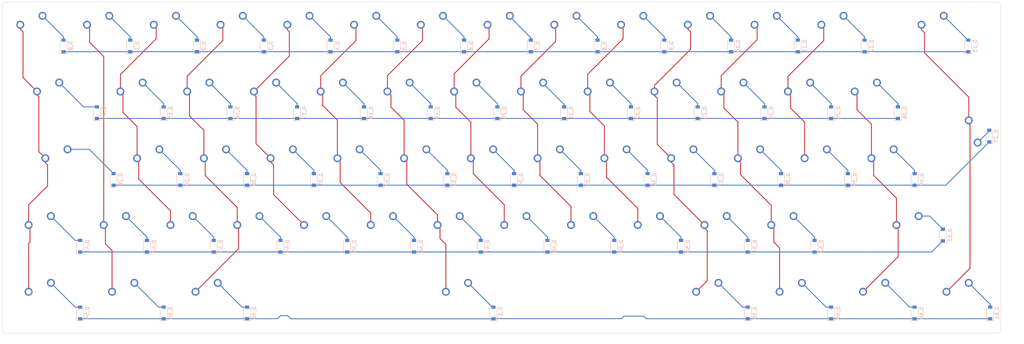
<source format=kicad_pcb>
(kicad_pcb (version 20171130) (host pcbnew "(5.1.9)-1")
  (layers (0 F.Cu signal) (31 B.Cu signal) (34 B.Paste user) (35 F.Paste user) (36 B.SilkS user) (37 F.SilkS user) (38 B.Mask user) (39 F.Mask user) (44 Edge.Cuts user))
  (net 0 "")
  (net 1 col0)
  (net 2 col1)
  (net 3 col2)
  (net 4 col3)
  (net 5 col4)
  (net 6 col5)
  (net 7 col6)
  (net 8 col7)
  (net 9 col8)
  (net 10 col9)
  (net 11 col10)
  (net 12 col11)
  (net 13 col12)
  (net 14 col13)
  (net 15 col14)
  (net 16 row0)
  (net 17 row1)
  (net 18 row2)
  (net 19 row3)
  (net 20 row4)
  (net 21 "Net-(D_0-Pad2)")
  (net 22 "Net-(D_1-Pad2)")
  (net 23 "Net-(D_2-Pad2)")
  (net 24 "Net-(D_3-Pad2)")
  (net 25 "Net-(D_4-Pad2)")
  (net 26 "Net-(D_5-Pad2)")
  (net 27 "Net-(D_6-Pad2)")
  (net 28 "Net-(D_7-Pad2)")
  (net 29 "Net-(D_8-Pad2)")
  (net 30 "Net-(D_9-Pad2)")
  (net 31 "Net-(D_10-Pad2)")
  (net 32 "Net-(D_11-Pad2)")
  (net 33 "Net-(D_12-Pad2)")
  (net 34 "Net-(D_13-Pad2)")
  (net 35 "Net-(D_14-Pad2)")
  (net 36 "Net-(D_15-Pad2)")
  (net 37 "Net-(D_16-Pad2)")
  (net 38 "Net-(D_17-Pad2)")
  (net 39 "Net-(D_18-Pad2)")
  (net 40 "Net-(D_19-Pad2)")
  (net 41 "Net-(D_20-Pad2)")
  (net 42 "Net-(D_21-Pad2)")
  (net 43 "Net-(D_22-Pad2)")
  (net 44 "Net-(D_23-Pad2)")
  (net 45 "Net-(D_24-Pad2)")
  (net 46 "Net-(D_25-Pad2)")
  (net 47 "Net-(D_26-Pad2)")
  (net 48 "Net-(D_28-Pad2)")
  (net 49 "Net-(D_29-Pad2)")
  (net 50 "Net-(D_30-Pad2)")
  (net 51 "Net-(D_31-Pad2)")
  (net 52 "Net-(D_32-Pad2)")
  (net 53 "Net-(D_33-Pad2)")
  (net 54 "Net-(D_34-Pad2)")
  (net 55 "Net-(D_35-Pad2)")
  (net 56 "Net-(D_36-Pad2)")
  (net 57 "Net-(D_37-Pad2)")
  (net 58 "Net-(D_38-Pad2)")
  (net 59 "Net-(D_39-Pad2)")
  (net 60 "Net-(D_40-Pad2)")
  (net 61 "Net-(D_27-Pad2)")
  (net 62 "Net-(D_41-Pad2)")
  (net 63 "Net-(D_42-Pad2)")
  (net 64 "Net-(D_43-Pad2)")
  (net 65 "Net-(D_44-Pad2)")
  (net 66 "Net-(D_45-Pad2)")
  (net 67 "Net-(D_46-Pad2)")
  (net 68 "Net-(D_47-Pad2)")
  (net 69 "Net-(D_48-Pad2)")
  (net 70 "Net-(D_49-Pad2)")
  (net 71 "Net-(D_50-Pad2)")
  (net 72 "Net-(D_51-Pad2)")
  (net 73 "Net-(D_52-Pad2)")
  (net 74 "Net-(D_53-Pad2)")
  (net 75 "Net-(D_54-Pad2)")
  (net 76 "Net-(D_55-Pad2)")
  (net 77 "Net-(D_56-Pad2)")
  (net 78 "Net-(D_57-Pad2)")
  (net 79 "Net-(D_58-Pad2)")
  (net 80 "Net-(D_59-Pad2)")
  (net 81 "Net-(D_60-Pad2)")
  (net 82 "Net-(D_61-Pad2)")
  (module MX_Only:MXOnly-1.25U-NoLED (layer F.Cu) (at 352.84375 122.725)
    (fp_text reference K_61)
    (fp_text value KEYSW)
    (pad 2 thru_hole circle (at 2.54 -5.08) (size 2.25 2.25) (drill 1.47) (layers *.Cu B.Mask) (net 82 "Net-(D_61-Pad2)"))
    (pad "" np_thru_hole circle (at 0 0) (size 3.9878 3.9878) (drill 3.9878) (layers *.Cu *.Mask))
    (pad 1 thru_hole circle (at -3.81 -2.54) (size 2.25 2.25) (drill 1.47) (layers *.Cu B.Mask) (net 15 col14))
    (pad "" np_thru_hole circle (at -5.08 0 48.0996) (size 1.75 1.75) (drill 1.75) (layers *.Cu *.Mask))
    (pad "" np_thru_hole circle (at 5.08 0 48.0996) (size 1.75 1.75) (drill 1.75) (layers *.Cu *.Mask))
  )
  (module MX_Only:MXOnly-1.25U-NoLED (layer F.Cu) (at 329.03125 122.725)
    (fp_text reference K_60)
    (fp_text value KEYSW)
    (pad 2 thru_hole circle (at 2.54 -5.08) (size 2.25 2.25) (drill 1.47) (layers *.Cu B.Mask) (net 81 "Net-(D_60-Pad2)"))
    (pad "" np_thru_hole circle (at 0 0) (size 3.9878 3.9878) (drill 3.9878) (layers *.Cu *.Mask))
    (pad 1 thru_hole circle (at -3.81 -2.54) (size 2.25 2.25) (drill 1.47) (layers *.Cu B.Mask) (net 14 col13))
    (pad "" np_thru_hole circle (at -5.08 0 48.0996) (size 1.75 1.75) (drill 1.75) (layers *.Cu *.Mask))
    (pad "" np_thru_hole circle (at 5.08 0 48.0996) (size 1.75 1.75) (drill 1.75) (layers *.Cu *.Mask))
  )
  (module MX_Only:MXOnly-1.25U-NoLED (layer F.Cu) (at 305.21875 122.725)
    (fp_text reference K_59)
    (fp_text value KEYSW)
    (pad 2 thru_hole circle (at 2.54 -5.08) (size 2.25 2.25) (drill 1.47) (layers *.Cu B.Mask) (net 80 "Net-(D_59-Pad2)"))
    (pad "" np_thru_hole circle (at 0 0) (size 3.9878 3.9878) (drill 3.9878) (layers *.Cu *.Mask))
    (pad 1 thru_hole circle (at -3.81 -2.54) (size 2.25 2.25) (drill 1.47) (layers *.Cu B.Mask) (net 12 col11))
    (pad "" np_thru_hole circle (at -5.08 0 48.0996) (size 1.75 1.75) (drill 1.75) (layers *.Cu *.Mask))
    (pad "" np_thru_hole circle (at 5.08 0 48.0996) (size 1.75 1.75) (drill 1.75) (layers *.Cu *.Mask))
  )
  (module MX_Only:MXOnly-1.25U-NoLED (layer F.Cu) (at 281.40625 122.725)
    (fp_text reference K_58)
    (fp_text value KEYSW)
    (pad 2 thru_hole circle (at 2.54 -5.08) (size 2.25 2.25) (drill 1.47) (layers *.Cu B.Mask) (net 79 "Net-(D_58-Pad2)"))
    (pad "" np_thru_hole circle (at 0 0) (size 3.9878 3.9878) (drill 3.9878) (layers *.Cu *.Mask))
    (pad 1 thru_hole circle (at -3.81 -2.54) (size 2.25 2.25) (drill 1.47) (layers *.Cu B.Mask) (net 11 col10))
    (pad "" np_thru_hole circle (at -5.08 0 48.0996) (size 1.75 1.75) (drill 1.75) (layers *.Cu *.Mask))
    (pad "" np_thru_hole circle (at 5.08 0 48.0996) (size 1.75 1.75) (drill 1.75) (layers *.Cu *.Mask))
  )
  (module MX_Only:MXOnly-6.25U-ReversedStabilizers-NoLED (layer F.Cu) (at 209.96875 122.725)
    (fp_text reference K_57)
    (fp_text value KEYSW)
    (pad 2 thru_hole circle (at 2.54 -5.08) (size 2.25 2.25) (drill 1.47) (layers *.Cu B.Mask) (net 78 "Net-(D_57-Pad2)"))
    (pad "" np_thru_hole circle (at 0 0) (size 3.9878 3.9878) (drill 3.9878) (layers *.Cu *.Mask))
    (pad 1 thru_hole circle (at -3.81 -2.54) (size 2.25 2.25) (drill 1.47) (layers *.Cu B.Mask) (net 7 col6))
    (pad "" np_thru_hole circle (at -5.08 0 48.0996) (size 1.75 1.75) (drill 1.75) (layers *.Cu *.Mask))
    (pad "" np_thru_hole circle (at 5.08 0 48.0996) (size 1.75 1.75) (drill 1.75) (layers *.Cu *.Mask))
    (pad "" np_thru_hole circle (at -49.9999 6.985) (size 3.048 3.048) (drill 3.048) (layers *.Cu *.Mask))
    (pad "" np_thru_hole circle (at 49.9999 6.985) (size 3.048 3.048) (drill 3.048) (layers *.Cu *.Mask))
    (pad "" np_thru_hole circle (at -49.9999 -8.255) (size 3.9878 3.9878) (drill 3.9878) (layers *.Cu *.Mask))
    (pad "" np_thru_hole circle (at 49.9999 -8.255) (size 3.9878 3.9878) (drill 3.9878) (layers *.Cu *.Mask))
  )
  (module MX_Only:MXOnly-1.25U-NoLED (layer F.Cu) (at 138.53125 122.725)
    (fp_text reference K_56)
    (fp_text value KEYSW)
    (pad 2 thru_hole circle (at 2.54 -5.08) (size 2.25 2.25) (drill 1.47) (layers *.Cu B.Mask) (net 77 "Net-(D_56-Pad2)"))
    (pad "" np_thru_hole circle (at 0 0) (size 3.9878 3.9878) (drill 3.9878) (layers *.Cu *.Mask))
    (pad 1 thru_hole circle (at -3.81 -2.54) (size 2.25 2.25) (drill 1.47) (layers *.Cu B.Mask) (net 4 col3))
    (pad "" np_thru_hole circle (at -5.08 0 48.0996) (size 1.75 1.75) (drill 1.75) (layers *.Cu *.Mask))
    (pad "" np_thru_hole circle (at 5.08 0 48.0996) (size 1.75 1.75) (drill 1.75) (layers *.Cu *.Mask))
  )
  (module MX_Only:MXOnly-1.25U-NoLED (layer F.Cu) (at 114.71875 122.725)
    (fp_text reference K_55)
    (fp_text value KEYSW)
    (pad 2 thru_hole circle (at 2.54 -5.08) (size 2.25 2.25) (drill 1.47) (layers *.Cu B.Mask) (net 76 "Net-(D_55-Pad2)"))
    (pad "" np_thru_hole circle (at 0 0) (size 3.9878 3.9878) (drill 3.9878) (layers *.Cu *.Mask))
    (pad 1 thru_hole circle (at -3.81 -2.54) (size 2.25 2.25) (drill 1.47) (layers *.Cu B.Mask) (net 2 col1))
    (pad "" np_thru_hole circle (at -5.08 0 48.0996) (size 1.75 1.75) (drill 1.75) (layers *.Cu *.Mask))
    (pad "" np_thru_hole circle (at 5.08 0 48.0996) (size 1.75 1.75) (drill 1.75) (layers *.Cu *.Mask))
  )
  (module MX_Only:MXOnly-1.25U-NoLED (layer F.Cu) (at 90.90625 122.725)
    (fp_text reference K_54)
    (fp_text value KEYSW)
    (pad 2 thru_hole circle (at 2.54 -5.08) (size 2.25 2.25) (drill 1.47) (layers *.Cu B.Mask) (net 75 "Net-(D_54-Pad2)"))
    (pad "" np_thru_hole circle (at 0 0) (size 3.9878 3.9878) (drill 3.9878) (layers *.Cu *.Mask))
    (pad 1 thru_hole circle (at -3.81 -2.54) (size 2.25 2.25) (drill 1.47) (layers *.Cu B.Mask) (net 1 col0))
    (pad "" np_thru_hole circle (at -5.08 0 48.0996) (size 1.75 1.75) (drill 1.75) (layers *.Cu *.Mask))
    (pad "" np_thru_hole circle (at 5.08 0 48.0996) (size 1.75 1.75) (drill 1.75) (layers *.Cu *.Mask))
  )
  (module MX_Only:MXOnly-2.75U-NoLED (layer F.Cu) (at 338.55625 103.675)
    (fp_text reference K_53)
    (fp_text value KEYSW)
    (pad 2 thru_hole circle (at 2.54 -5.08) (size 2.25 2.25) (drill 1.47) (layers *.Cu B.Mask) (net 74 "Net-(D_53-Pad2)"))
    (pad "" np_thru_hole circle (at 0 0) (size 3.9878 3.9878) (drill 3.9878) (layers *.Cu *.Mask))
    (pad 1 thru_hole circle (at -3.81 -2.54) (size 2.25 2.25) (drill 1.47) (layers *.Cu B.Mask) (net 14 col13))
    (pad "" np_thru_hole circle (at -5.08 0 48.0996) (size 1.75 1.75) (drill 1.75) (layers *.Cu *.Mask))
    (pad "" np_thru_hole circle (at 5.08 0 48.0996) (size 1.75 1.75) (drill 1.75) (layers *.Cu *.Mask))
    (pad "" np_thru_hole circle (at -11.90625 -6.985) (size 3.048 3.048) (drill 3.048) (layers *.Cu *.Mask))
    (pad "" np_thru_hole circle (at 11.90625 -6.985) (size 3.048 3.048) (drill 3.048) (layers *.Cu *.Mask))
    (pad "" np_thru_hole circle (at -11.90625 8.255) (size 3.9878 3.9878) (drill 3.9878) (layers *.Cu *.Mask))
    (pad "" np_thru_hole circle (at 11.90625 8.255) (size 3.9878 3.9878) (drill 3.9878) (layers *.Cu *.Mask))
  )
  (module MX_Only:MXOnly-1U-NoLED (layer F.Cu) (at 302.8375 103.675)
    (fp_text reference K_52)
    (fp_text value KEYSW)
    (pad 2 thru_hole circle (at 2.54 -5.08) (size 2.25 2.25) (drill 1.47) (layers *.Cu B.Mask) (net 73 "Net-(D_52-Pad2)"))
    (pad "" np_thru_hole circle (at 0 0) (size 3.9878 3.9878) (drill 3.9878) (layers *.Cu *.Mask))
    (pad 1 thru_hole circle (at -3.81 -2.54) (size 2.25 2.25) (drill 1.47) (layers *.Cu B.Mask) (net 12 col11))
    (pad "" np_thru_hole circle (at -5.08 0 48.0996) (size 1.75 1.75) (drill 1.75) (layers *.Cu *.Mask))
    (pad "" np_thru_hole circle (at 5.08 0 48.0996) (size 1.75 1.75) (drill 1.75) (layers *.Cu *.Mask))
  )
  (module MX_Only:MXOnly-1U-NoLED (layer F.Cu) (at 283.7875 103.675)
    (fp_text reference K_51)
    (fp_text value KEYSW)
    (pad 2 thru_hole circle (at 2.54 -5.08) (size 2.25 2.25) (drill 1.47) (layers *.Cu B.Mask) (net 72 "Net-(D_51-Pad2)"))
    (pad "" np_thru_hole circle (at 0 0) (size 3.9878 3.9878) (drill 3.9878) (layers *.Cu *.Mask))
    (pad 1 thru_hole circle (at -3.81 -2.54) (size 2.25 2.25) (drill 1.47) (layers *.Cu B.Mask) (net 11 col10))
    (pad "" np_thru_hole circle (at -5.08 0 48.0996) (size 1.75 1.75) (drill 1.75) (layers *.Cu *.Mask))
    (pad "" np_thru_hole circle (at 5.08 0 48.0996) (size 1.75 1.75) (drill 1.75) (layers *.Cu *.Mask))
  )
  (module MX_Only:MXOnly-1U-NoLED (layer F.Cu) (at 264.7375 103.675)
    (fp_text reference K_50)
    (fp_text value KEYSW)
    (pad 2 thru_hole circle (at 2.54 -5.08) (size 2.25 2.25) (drill 1.47) (layers *.Cu B.Mask) (net 71 "Net-(D_50-Pad2)"))
    (pad "" np_thru_hole circle (at 0 0) (size 3.9878 3.9878) (drill 3.9878) (layers *.Cu *.Mask))
    (pad 1 thru_hole circle (at -3.81 -2.54) (size 2.25 2.25) (drill 1.47) (layers *.Cu B.Mask) (net 10 col9))
    (pad "" np_thru_hole circle (at -5.08 0 48.0996) (size 1.75 1.75) (drill 1.75) (layers *.Cu *.Mask))
    (pad "" np_thru_hole circle (at 5.08 0 48.0996) (size 1.75 1.75) (drill 1.75) (layers *.Cu *.Mask))
  )
  (module MX_Only:MXOnly-1U-NoLED (layer F.Cu) (at 245.6875 103.675)
    (fp_text reference K_49)
    (fp_text value KEYSW)
    (pad 2 thru_hole circle (at 2.54 -5.08) (size 2.25 2.25) (drill 1.47) (layers *.Cu B.Mask) (net 70 "Net-(D_49-Pad2)"))
    (pad "" np_thru_hole circle (at 0 0) (size 3.9878 3.9878) (drill 3.9878) (layers *.Cu *.Mask))
    (pad 1 thru_hole circle (at -3.81 -2.54) (size 2.25 2.25) (drill 1.47) (layers *.Cu B.Mask) (net 9 col8))
    (pad "" np_thru_hole circle (at -5.08 0 48.0996) (size 1.75 1.75) (drill 1.75) (layers *.Cu *.Mask))
    (pad "" np_thru_hole circle (at 5.08 0 48.0996) (size 1.75 1.75) (drill 1.75) (layers *.Cu *.Mask))
  )
  (module MX_Only:MXOnly-1U-NoLED (layer F.Cu) (at 226.6375 103.675)
    (fp_text reference K_48)
    (fp_text value KEYSW)
    (pad 2 thru_hole circle (at 2.54 -5.08) (size 2.25 2.25) (drill 1.47) (layers *.Cu B.Mask) (net 69 "Net-(D_48-Pad2)"))
    (pad "" np_thru_hole circle (at 0 0) (size 3.9878 3.9878) (drill 3.9878) (layers *.Cu *.Mask))
    (pad 1 thru_hole circle (at -3.81 -2.54) (size 2.25 2.25) (drill 1.47) (layers *.Cu B.Mask) (net 8 col7))
    (pad "" np_thru_hole circle (at -5.08 0 48.0996) (size 1.75 1.75) (drill 1.75) (layers *.Cu *.Mask))
    (pad "" np_thru_hole circle (at 5.08 0 48.0996) (size 1.75 1.75) (drill 1.75) (layers *.Cu *.Mask))
  )
  (module MX_Only:MXOnly-1U-NoLED (layer F.Cu) (at 207.5875 103.675)
    (fp_text reference K_47)
    (fp_text value KEYSW)
    (pad 2 thru_hole circle (at 2.54 -5.08) (size 2.25 2.25) (drill 1.47) (layers *.Cu B.Mask) (net 68 "Net-(D_47-Pad2)"))
    (pad "" np_thru_hole circle (at 0 0) (size 3.9878 3.9878) (drill 3.9878) (layers *.Cu *.Mask))
    (pad 1 thru_hole circle (at -3.81 -2.54) (size 2.25 2.25) (drill 1.47) (layers *.Cu B.Mask) (net 7 col6))
    (pad "" np_thru_hole circle (at -5.08 0 48.0996) (size 1.75 1.75) (drill 1.75) (layers *.Cu *.Mask))
    (pad "" np_thru_hole circle (at 5.08 0 48.0996) (size 1.75 1.75) (drill 1.75) (layers *.Cu *.Mask))
  )
  (module MX_Only:MXOnly-1U-NoLED (layer F.Cu) (at 188.5375 103.675)
    (fp_text reference K_46)
    (fp_text value KEYSW)
    (pad 2 thru_hole circle (at 2.54 -5.08) (size 2.25 2.25) (drill 1.47) (layers *.Cu B.Mask) (net 67 "Net-(D_46-Pad2)"))
    (pad "" np_thru_hole circle (at 0 0) (size 3.9878 3.9878) (drill 3.9878) (layers *.Cu *.Mask))
    (pad 1 thru_hole circle (at -3.81 -2.54) (size 2.25 2.25) (drill 1.47) (layers *.Cu B.Mask) (net 6 col5))
    (pad "" np_thru_hole circle (at -5.08 0 48.0996) (size 1.75 1.75) (drill 1.75) (layers *.Cu *.Mask))
    (pad "" np_thru_hole circle (at 5.08 0 48.0996) (size 1.75 1.75) (drill 1.75) (layers *.Cu *.Mask))
  )
  (module MX_Only:MXOnly-1U-NoLED (layer F.Cu) (at 169.4875 103.675)
    (fp_text reference K_45)
    (fp_text value KEYSW)
    (pad 2 thru_hole circle (at 2.54 -5.08) (size 2.25 2.25) (drill 1.47) (layers *.Cu B.Mask) (net 66 "Net-(D_45-Pad2)"))
    (pad "" np_thru_hole circle (at 0 0) (size 3.9878 3.9878) (drill 3.9878) (layers *.Cu *.Mask))
    (pad 1 thru_hole circle (at -3.81 -2.54) (size 2.25 2.25) (drill 1.47) (layers *.Cu B.Mask) (net 5 col4))
    (pad "" np_thru_hole circle (at -5.08 0 48.0996) (size 1.75 1.75) (drill 1.75) (layers *.Cu *.Mask))
    (pad "" np_thru_hole circle (at 5.08 0 48.0996) (size 1.75 1.75) (drill 1.75) (layers *.Cu *.Mask))
  )
  (module MX_Only:MXOnly-1U-NoLED (layer F.Cu) (at 150.4375 103.675)
    (fp_text reference K_44)
    (fp_text value KEYSW)
    (pad 2 thru_hole circle (at 2.54 -5.08) (size 2.25 2.25) (drill 1.47) (layers *.Cu B.Mask) (net 65 "Net-(D_44-Pad2)"))
    (pad "" np_thru_hole circle (at 0 0) (size 3.9878 3.9878) (drill 3.9878) (layers *.Cu *.Mask))
    (pad 1 thru_hole circle (at -3.81 -2.54) (size 2.25 2.25) (drill 1.47) (layers *.Cu B.Mask) (net 4 col3))
    (pad "" np_thru_hole circle (at -5.08 0 48.0996) (size 1.75 1.75) (drill 1.75) (layers *.Cu *.Mask))
    (pad "" np_thru_hole circle (at 5.08 0 48.0996) (size 1.75 1.75) (drill 1.75) (layers *.Cu *.Mask))
  )
  (module MX_Only:MXOnly-1U-NoLED (layer F.Cu) (at 131.3875 103.675)
    (fp_text reference K_43)
    (fp_text value KEYSW)
    (pad 2 thru_hole circle (at 2.54 -5.08) (size 2.25 2.25) (drill 1.47) (layers *.Cu B.Mask) (net 64 "Net-(D_43-Pad2)"))
    (pad "" np_thru_hole circle (at 0 0) (size 3.9878 3.9878) (drill 3.9878) (layers *.Cu *.Mask))
    (pad 1 thru_hole circle (at -3.81 -2.54) (size 2.25 2.25) (drill 1.47) (layers *.Cu B.Mask) (net 3 col2))
    (pad "" np_thru_hole circle (at -5.08 0 48.0996) (size 1.75 1.75) (drill 1.75) (layers *.Cu *.Mask))
    (pad "" np_thru_hole circle (at 5.08 0 48.0996) (size 1.75 1.75) (drill 1.75) (layers *.Cu *.Mask))
  )
  (module MX_Only:MXOnly-1U-NoLED (layer F.Cu) (at 112.3375 103.675)
    (fp_text reference K_42)
    (fp_text value KEYSW)
    (pad 2 thru_hole circle (at 2.54 -5.08) (size 2.25 2.25) (drill 1.47) (layers *.Cu B.Mask) (net 63 "Net-(D_42-Pad2)"))
    (pad "" np_thru_hole circle (at 0 0) (size 3.9878 3.9878) (drill 3.9878) (layers *.Cu *.Mask))
    (pad 1 thru_hole circle (at -3.81 -2.54) (size 2.25 2.25) (drill 1.47) (layers *.Cu B.Mask) (net 2 col1))
    (pad "" np_thru_hole circle (at -5.08 0 48.0996) (size 1.75 1.75) (drill 1.75) (layers *.Cu *.Mask))
    (pad "" np_thru_hole circle (at 5.08 0 48.0996) (size 1.75 1.75) (drill 1.75) (layers *.Cu *.Mask))
  )
  (module MX_Only:MXOnly-1.25U-NoLED (layer F.Cu) (at 90.90625 103.675)
    (fp_text reference K_41)
    (fp_text value KEYSW)
    (pad 2 thru_hole circle (at 2.54 -5.08) (size 2.25 2.25) (drill 1.47) (layers *.Cu B.Mask) (net 62 "Net-(D_41-Pad2)"))
    (pad "" np_thru_hole circle (at 0 0) (size 3.9878 3.9878) (drill 3.9878) (layers *.Cu *.Mask))
    (pad 1 thru_hole circle (at -3.81 -2.54) (size 2.25 2.25) (drill 1.47) (layers *.Cu B.Mask) (net 1 col0))
    (pad "" np_thru_hole circle (at -5.08 0 48.0996) (size 1.75 1.75) (drill 1.75) (layers *.Cu *.Mask))
    (pad "" np_thru_hole circle (at 5.08 0 48.0996) (size 1.75 1.75) (drill 1.75) (layers *.Cu *.Mask))
  )
  (module MX_Only:MXOnly-1U-NoLED (layer F.Cu) (at 331.4125 84.625)
    (fp_text reference K_40)
    (fp_text value KEYSW)
    (pad 2 thru_hole circle (at 2.54 -5.08) (size 2.25 2.25) (drill 1.47) (layers *.Cu B.Mask) (net 60 "Net-(D_40-Pad2)"))
    (pad "" np_thru_hole circle (at 0 0) (size 3.9878 3.9878) (drill 3.9878) (layers *.Cu *.Mask))
    (pad 1 thru_hole circle (at -3.81 -2.54) (size 2.25 2.25) (drill 1.47) (layers *.Cu B.Mask) (net 14 col13))
    (pad "" np_thru_hole circle (at -5.08 0 48.0996) (size 1.75 1.75) (drill 1.75) (layers *.Cu *.Mask))
    (pad "" np_thru_hole circle (at 5.08 0 48.0996) (size 1.75 1.75) (drill 1.75) (layers *.Cu *.Mask))
  )
  (module MX_Only:MXOnly-1U-NoLED (layer F.Cu) (at 312.3625 84.625)
    (fp_text reference K_39)
    (fp_text value KEYSW)
    (pad 2 thru_hole circle (at 2.54 -5.08) (size 2.25 2.25) (drill 1.47) (layers *.Cu B.Mask) (net 59 "Net-(D_39-Pad2)"))
    (pad "" np_thru_hole circle (at 0 0) (size 3.9878 3.9878) (drill 3.9878) (layers *.Cu *.Mask))
    (pad 1 thru_hole circle (at -3.81 -2.54) (size 2.25 2.25) (drill 1.47) (layers *.Cu B.Mask) (net 13 col12))
    (pad "" np_thru_hole circle (at -5.08 0 48.0996) (size 1.75 1.75) (drill 1.75) (layers *.Cu *.Mask))
    (pad "" np_thru_hole circle (at 5.08 0 48.0996) (size 1.75 1.75) (drill 1.75) (layers *.Cu *.Mask))
  )
  (module MX_Only:MXOnly-1U-NoLED (layer F.Cu) (at 293.3125 84.625)
    (fp_text reference K_38)
    (fp_text value KEYSW)
    (pad 2 thru_hole circle (at 2.54 -5.08) (size 2.25 2.25) (drill 1.47) (layers *.Cu B.Mask) (net 58 "Net-(D_38-Pad2)"))
    (pad "" np_thru_hole circle (at 0 0) (size 3.9878 3.9878) (drill 3.9878) (layers *.Cu *.Mask))
    (pad 1 thru_hole circle (at -3.81 -2.54) (size 2.25 2.25) (drill 1.47) (layers *.Cu B.Mask) (net 12 col11))
    (pad "" np_thru_hole circle (at -5.08 0 48.0996) (size 1.75 1.75) (drill 1.75) (layers *.Cu *.Mask))
    (pad "" np_thru_hole circle (at 5.08 0 48.0996) (size 1.75 1.75) (drill 1.75) (layers *.Cu *.Mask))
  )
  (module MX_Only:MXOnly-1U-NoLED (layer F.Cu) (at 274.2625 84.625)
    (fp_text reference K_37)
    (fp_text value KEYSW)
    (pad 2 thru_hole circle (at 2.54 -5.08) (size 2.25 2.25) (drill 1.47) (layers *.Cu B.Mask) (net 57 "Net-(D_37-Pad2)"))
    (pad "" np_thru_hole circle (at 0 0) (size 3.9878 3.9878) (drill 3.9878) (layers *.Cu *.Mask))
    (pad 1 thru_hole circle (at -3.81 -2.54) (size 2.25 2.25) (drill 1.47) (layers *.Cu B.Mask) (net 11 col10))
    (pad "" np_thru_hole circle (at -5.08 0 48.0996) (size 1.75 1.75) (drill 1.75) (layers *.Cu *.Mask))
    (pad "" np_thru_hole circle (at 5.08 0 48.0996) (size 1.75 1.75) (drill 1.75) (layers *.Cu *.Mask))
  )
  (module MX_Only:MXOnly-1U-NoLED (layer F.Cu) (at 255.2125 84.625)
    (fp_text reference K_36)
    (fp_text value KEYSW)
    (pad 2 thru_hole circle (at 2.54 -5.08) (size 2.25 2.25) (drill 1.47) (layers *.Cu B.Mask) (net 56 "Net-(D_36-Pad2)"))
    (pad "" np_thru_hole circle (at 0 0) (size 3.9878 3.9878) (drill 3.9878) (layers *.Cu *.Mask))
    (pad 1 thru_hole circle (at -3.81 -2.54) (size 2.25 2.25) (drill 1.47) (layers *.Cu B.Mask) (net 10 col9))
    (pad "" np_thru_hole circle (at -5.08 0 48.0996) (size 1.75 1.75) (drill 1.75) (layers *.Cu *.Mask))
    (pad "" np_thru_hole circle (at 5.08 0 48.0996) (size 1.75 1.75) (drill 1.75) (layers *.Cu *.Mask))
  )
  (module MX_Only:MXOnly-1U-NoLED (layer F.Cu) (at 236.1625 84.625)
    (fp_text reference K_35)
    (fp_text value KEYSW)
    (pad 2 thru_hole circle (at 2.54 -5.08) (size 2.25 2.25) (drill 1.47) (layers *.Cu B.Mask) (net 55 "Net-(D_35-Pad2)"))
    (pad "" np_thru_hole circle (at 0 0) (size 3.9878 3.9878) (drill 3.9878) (layers *.Cu *.Mask))
    (pad 1 thru_hole circle (at -3.81 -2.54) (size 2.25 2.25) (drill 1.47) (layers *.Cu B.Mask) (net 9 col8))
    (pad "" np_thru_hole circle (at -5.08 0 48.0996) (size 1.75 1.75) (drill 1.75) (layers *.Cu *.Mask))
    (pad "" np_thru_hole circle (at 5.08 0 48.0996) (size 1.75 1.75) (drill 1.75) (layers *.Cu *.Mask))
  )
  (module MX_Only:MXOnly-1U-NoLED (layer F.Cu) (at 217.1125 84.625)
    (fp_text reference K_34)
    (fp_text value KEYSW)
    (pad 2 thru_hole circle (at 2.54 -5.08) (size 2.25 2.25) (drill 1.47) (layers *.Cu B.Mask) (net 54 "Net-(D_34-Pad2)"))
    (pad "" np_thru_hole circle (at 0 0) (size 3.9878 3.9878) (drill 3.9878) (layers *.Cu *.Mask))
    (pad 1 thru_hole circle (at -3.81 -2.54) (size 2.25 2.25) (drill 1.47) (layers *.Cu B.Mask) (net 8 col7))
    (pad "" np_thru_hole circle (at -5.08 0 48.0996) (size 1.75 1.75) (drill 1.75) (layers *.Cu *.Mask))
    (pad "" np_thru_hole circle (at 5.08 0 48.0996) (size 1.75 1.75) (drill 1.75) (layers *.Cu *.Mask))
  )
  (module MX_Only:MXOnly-1U-NoLED (layer F.Cu) (at 198.0625 84.625)
    (fp_text reference K_33)
    (fp_text value KEYSW)
    (pad 2 thru_hole circle (at 2.54 -5.08) (size 2.25 2.25) (drill 1.47) (layers *.Cu B.Mask) (net 53 "Net-(D_33-Pad2)"))
    (pad "" np_thru_hole circle (at 0 0) (size 3.9878 3.9878) (drill 3.9878) (layers *.Cu *.Mask))
    (pad 1 thru_hole circle (at -3.81 -2.54) (size 2.25 2.25) (drill 1.47) (layers *.Cu B.Mask) (net 7 col6))
    (pad "" np_thru_hole circle (at -5.08 0 48.0996) (size 1.75 1.75) (drill 1.75) (layers *.Cu *.Mask))
    (pad "" np_thru_hole circle (at 5.08 0 48.0996) (size 1.75 1.75) (drill 1.75) (layers *.Cu *.Mask))
  )
  (module MX_Only:MXOnly-1U-NoLED (layer F.Cu) (at 179.0125 84.625)
    (fp_text reference K_32)
    (fp_text value KEYSW)
    (pad 2 thru_hole circle (at 2.54 -5.08) (size 2.25 2.25) (drill 1.47) (layers *.Cu B.Mask) (net 52 "Net-(D_32-Pad2)"))
    (pad "" np_thru_hole circle (at 0 0) (size 3.9878 3.9878) (drill 3.9878) (layers *.Cu *.Mask))
    (pad 1 thru_hole circle (at -3.81 -2.54) (size 2.25 2.25) (drill 1.47) (layers *.Cu B.Mask) (net 6 col5))
    (pad "" np_thru_hole circle (at -5.08 0 48.0996) (size 1.75 1.75) (drill 1.75) (layers *.Cu *.Mask))
    (pad "" np_thru_hole circle (at 5.08 0 48.0996) (size 1.75 1.75) (drill 1.75) (layers *.Cu *.Mask))
  )
  (module MX_Only:MXOnly-1U-NoLED (layer F.Cu) (at 159.9625 84.625)
    (fp_text reference K_31)
    (fp_text value KEYSW)
    (pad 2 thru_hole circle (at 2.54 -5.08) (size 2.25 2.25) (drill 1.47) (layers *.Cu B.Mask) (net 51 "Net-(D_31-Pad2)"))
    (pad "" np_thru_hole circle (at 0 0) (size 3.9878 3.9878) (drill 3.9878) (layers *.Cu *.Mask))
    (pad 1 thru_hole circle (at -3.81 -2.54) (size 2.25 2.25) (drill 1.47) (layers *.Cu B.Mask) (net 5 col4))
    (pad "" np_thru_hole circle (at -5.08 0 48.0996) (size 1.75 1.75) (drill 1.75) (layers *.Cu *.Mask))
    (pad "" np_thru_hole circle (at 5.08 0 48.0996) (size 1.75 1.75) (drill 1.75) (layers *.Cu *.Mask))
  )
  (module MX_Only:MXOnly-1U-NoLED (layer F.Cu) (at 140.9125 84.625)
    (fp_text reference K_30)
    (fp_text value KEYSW)
    (pad 2 thru_hole circle (at 2.54 -5.08) (size 2.25 2.25) (drill 1.47) (layers *.Cu B.Mask) (net 50 "Net-(D_30-Pad2)"))
    (pad "" np_thru_hole circle (at 0 0) (size 3.9878 3.9878) (drill 3.9878) (layers *.Cu *.Mask))
    (pad 1 thru_hole circle (at -3.81 -2.54) (size 2.25 2.25) (drill 1.47) (layers *.Cu B.Mask) (net 4 col3))
    (pad "" np_thru_hole circle (at -5.08 0 48.0996) (size 1.75 1.75) (drill 1.75) (layers *.Cu *.Mask))
    (pad "" np_thru_hole circle (at 5.08 0 48.0996) (size 1.75 1.75) (drill 1.75) (layers *.Cu *.Mask))
  )
  (module MX_Only:MXOnly-1U-NoLED (layer F.Cu) (at 121.8625 84.625)
    (fp_text reference K_29)
    (fp_text value KEYSW)
    (pad 2 thru_hole circle (at 2.54 -5.08) (size 2.25 2.25) (drill 1.47) (layers *.Cu B.Mask) (net 49 "Net-(D_29-Pad2)"))
    (pad "" np_thru_hole circle (at 0 0) (size 3.9878 3.9878) (drill 3.9878) (layers *.Cu *.Mask))
    (pad 1 thru_hole circle (at -3.81 -2.54) (size 2.25 2.25) (drill 1.47) (layers *.Cu B.Mask) (net 3 col2))
    (pad "" np_thru_hole circle (at -5.08 0 48.0996) (size 1.75 1.75) (drill 1.75) (layers *.Cu *.Mask))
    (pad "" np_thru_hole circle (at 5.08 0 48.0996) (size 1.75 1.75) (drill 1.75) (layers *.Cu *.Mask))
  )
  (module MX_Only:MXOnly-1.75U-NoLED (layer F.Cu) (at 95.66875 84.625)
    (fp_text reference K_28)
    (fp_text value KEYSW)
    (pad 2 thru_hole circle (at 2.54 -5.08) (size 2.25 2.25) (drill 1.47) (layers *.Cu B.Mask) (net 48 "Net-(D_28-Pad2)"))
    (pad "" np_thru_hole circle (at 0 0) (size 3.9878 3.9878) (drill 3.9878) (layers *.Cu *.Mask))
    (pad 1 thru_hole circle (at -3.81 -2.54) (size 2.25 2.25) (drill 1.47) (layers *.Cu B.Mask) (net 1 col0))
    (pad "" np_thru_hole circle (at -5.08 0 48.0996) (size 1.75 1.75) (drill 1.75) (layers *.Cu *.Mask))
    (pad "" np_thru_hole circle (at 5.08 0 48.0996) (size 1.75 1.75) (drill 1.75) (layers *.Cu *.Mask))
  )
  (module MX_Only:MXOnly-ISO-ROTATED-ReversedStabilizers-NoLED (layer F.Cu) (at 352.84375 75.075)
    (fp_text reference K_27)
    (fp_text value KEYSW)
    (pad "" np_thru_hole circle (at -8.255 -11.938) (size 3.9878 3.9878) (drill 3.9878) (layers *.Cu *.Mask))
    (pad "" np_thru_hole circle (at -8.255 11.938) (size 3.9878 3.9878) (drill 3.9878) (layers *.Cu *.Mask))
    (pad "" np_thru_hole circle (at 6.985 -11.938) (size 3.048 3.048) (drill 3.048) (layers *.Cu *.Mask))
    (pad "" np_thru_hole circle (at 6.985 11.938) (size 3.048 3.048) (drill 3.048) (layers *.Cu *.Mask))
    (pad "" np_thru_hole circle (at 0 5.08 48.0996) (size 1.75 1.75) (drill 1.75) (layers *.Cu *.Mask))
    (pad "" np_thru_hole circle (at 0 -5.08 48.0996) (size 1.75 1.75) (drill 1.75) (layers *.Cu *.Mask))
    (pad 1 thru_hole circle (at 2.54 -3.81) (size 2.25 2.25) (drill 1.47) (layers *.Cu B.Mask) (net 15 col14))
    (pad "" np_thru_hole circle (at 0 0) (size 3.9878 3.9878) (drill 3.9878) (layers *.Cu *.Mask))
    (pad 2 thru_hole circle (at 5.08 2.54) (size 2.25 2.25) (drill 1.47) (layers *.Cu B.Mask) (net 61 "Net-(D_27-Pad2)"))
  )
  (module MX_Only:MXOnly-1U-NoLED (layer F.Cu) (at 326.65 65.575)
    (fp_text reference K_26)
    (fp_text value KEYSW)
    (pad 2 thru_hole circle (at 2.54 -5.08) (size 2.25 2.25) (drill 1.47) (layers *.Cu B.Mask) (net 47 "Net-(D_26-Pad2)"))
    (pad "" np_thru_hole circle (at 0 0) (size 3.9878 3.9878) (drill 3.9878) (layers *.Cu *.Mask))
    (pad 1 thru_hole circle (at -3.81 -2.54) (size 2.25 2.25) (drill 1.47) (layers *.Cu B.Mask) (net 14 col13))
    (pad "" np_thru_hole circle (at -5.08 0 48.0996) (size 1.75 1.75) (drill 1.75) (layers *.Cu *.Mask))
    (pad "" np_thru_hole circle (at 5.08 0 48.0996) (size 1.75 1.75) (drill 1.75) (layers *.Cu *.Mask))
  )
  (module MX_Only:MXOnly-1U-NoLED (layer F.Cu) (at 307.6 65.575)
    (fp_text reference K_25)
    (fp_text value KEYSW)
    (pad 2 thru_hole circle (at 2.54 -5.08) (size 2.25 2.25) (drill 1.47) (layers *.Cu B.Mask) (net 46 "Net-(D_25-Pad2)"))
    (pad "" np_thru_hole circle (at 0 0) (size 3.9878 3.9878) (drill 3.9878) (layers *.Cu *.Mask))
    (pad 1 thru_hole circle (at -3.81 -2.54) (size 2.25 2.25) (drill 1.47) (layers *.Cu B.Mask) (net 13 col12))
    (pad "" np_thru_hole circle (at -5.08 0 48.0996) (size 1.75 1.75) (drill 1.75) (layers *.Cu *.Mask))
    (pad "" np_thru_hole circle (at 5.08 0 48.0996) (size 1.75 1.75) (drill 1.75) (layers *.Cu *.Mask))
  )
  (module MX_Only:MXOnly-1U-NoLED (layer F.Cu) (at 288.55 65.575)
    (fp_text reference K_24)
    (fp_text value KEYSW)
    (pad 2 thru_hole circle (at 2.54 -5.08) (size 2.25 2.25) (drill 1.47) (layers *.Cu B.Mask) (net 45 "Net-(D_24-Pad2)"))
    (pad "" np_thru_hole circle (at 0 0) (size 3.9878 3.9878) (drill 3.9878) (layers *.Cu *.Mask))
    (pad 1 thru_hole circle (at -3.81 -2.54) (size 2.25 2.25) (drill 1.47) (layers *.Cu B.Mask) (net 12 col11))
    (pad "" np_thru_hole circle (at -5.08 0 48.0996) (size 1.75 1.75) (drill 1.75) (layers *.Cu *.Mask))
    (pad "" np_thru_hole circle (at 5.08 0 48.0996) (size 1.75 1.75) (drill 1.75) (layers *.Cu *.Mask))
  )
  (module MX_Only:MXOnly-1U-NoLED (layer F.Cu) (at 269.5 65.575)
    (fp_text reference K_23)
    (fp_text value KEYSW)
    (pad 2 thru_hole circle (at 2.54 -5.08) (size 2.25 2.25) (drill 1.47) (layers *.Cu B.Mask) (net 44 "Net-(D_23-Pad2)"))
    (pad "" np_thru_hole circle (at 0 0) (size 3.9878 3.9878) (drill 3.9878) (layers *.Cu *.Mask))
    (pad 1 thru_hole circle (at -3.81 -2.54) (size 2.25 2.25) (drill 1.47) (layers *.Cu B.Mask) (net 11 col10))
    (pad "" np_thru_hole circle (at -5.08 0 48.0996) (size 1.75 1.75) (drill 1.75) (layers *.Cu *.Mask))
    (pad "" np_thru_hole circle (at 5.08 0 48.0996) (size 1.75 1.75) (drill 1.75) (layers *.Cu *.Mask))
  )
  (module MX_Only:MXOnly-1U-NoLED (layer F.Cu) (at 250.45 65.575)
    (fp_text reference K_22)
    (fp_text value KEYSW)
    (pad 2 thru_hole circle (at 2.54 -5.08) (size 2.25 2.25) (drill 1.47) (layers *.Cu B.Mask) (net 43 "Net-(D_22-Pad2)"))
    (pad "" np_thru_hole circle (at 0 0) (size 3.9878 3.9878) (drill 3.9878) (layers *.Cu *.Mask))
    (pad 1 thru_hole circle (at -3.81 -2.54) (size 2.25 2.25) (drill 1.47) (layers *.Cu B.Mask) (net 10 col9))
    (pad "" np_thru_hole circle (at -5.08 0 48.0996) (size 1.75 1.75) (drill 1.75) (layers *.Cu *.Mask))
    (pad "" np_thru_hole circle (at 5.08 0 48.0996) (size 1.75 1.75) (drill 1.75) (layers *.Cu *.Mask))
  )
  (module MX_Only:MXOnly-1U-NoLED (layer F.Cu) (at 231.4 65.575)
    (fp_text reference K_21)
    (fp_text value KEYSW)
    (pad 2 thru_hole circle (at 2.54 -5.08) (size 2.25 2.25) (drill 1.47) (layers *.Cu B.Mask) (net 42 "Net-(D_21-Pad2)"))
    (pad "" np_thru_hole circle (at 0 0) (size 3.9878 3.9878) (drill 3.9878) (layers *.Cu *.Mask))
    (pad 1 thru_hole circle (at -3.81 -2.54) (size 2.25 2.25) (drill 1.47) (layers *.Cu B.Mask) (net 9 col8))
    (pad "" np_thru_hole circle (at -5.08 0 48.0996) (size 1.75 1.75) (drill 1.75) (layers *.Cu *.Mask))
    (pad "" np_thru_hole circle (at 5.08 0 48.0996) (size 1.75 1.75) (drill 1.75) (layers *.Cu *.Mask))
  )
  (module MX_Only:MXOnly-1U-NoLED (layer F.Cu) (at 212.35 65.575)
    (fp_text reference K_20)
    (fp_text value KEYSW)
    (pad 2 thru_hole circle (at 2.54 -5.08) (size 2.25 2.25) (drill 1.47) (layers *.Cu B.Mask) (net 41 "Net-(D_20-Pad2)"))
    (pad "" np_thru_hole circle (at 0 0) (size 3.9878 3.9878) (drill 3.9878) (layers *.Cu *.Mask))
    (pad 1 thru_hole circle (at -3.81 -2.54) (size 2.25 2.25) (drill 1.47) (layers *.Cu B.Mask) (net 8 col7))
    (pad "" np_thru_hole circle (at -5.08 0 48.0996) (size 1.75 1.75) (drill 1.75) (layers *.Cu *.Mask))
    (pad "" np_thru_hole circle (at 5.08 0 48.0996) (size 1.75 1.75) (drill 1.75) (layers *.Cu *.Mask))
  )
  (module MX_Only:MXOnly-1U-NoLED (layer F.Cu) (at 193.3 65.575)
    (fp_text reference K_19)
    (fp_text value KEYSW)
    (pad 2 thru_hole circle (at 2.54 -5.08) (size 2.25 2.25) (drill 1.47) (layers *.Cu B.Mask) (net 40 "Net-(D_19-Pad2)"))
    (pad "" np_thru_hole circle (at 0 0) (size 3.9878 3.9878) (drill 3.9878) (layers *.Cu *.Mask))
    (pad 1 thru_hole circle (at -3.81 -2.54) (size 2.25 2.25) (drill 1.47) (layers *.Cu B.Mask) (net 7 col6))
    (pad "" np_thru_hole circle (at -5.08 0 48.0996) (size 1.75 1.75) (drill 1.75) (layers *.Cu *.Mask))
    (pad "" np_thru_hole circle (at 5.08 0 48.0996) (size 1.75 1.75) (drill 1.75) (layers *.Cu *.Mask))
  )
  (module MX_Only:MXOnly-1U-NoLED (layer F.Cu) (at 174.25 65.575)
    (fp_text reference K_18)
    (fp_text value KEYSW)
    (pad 2 thru_hole circle (at 2.54 -5.08) (size 2.25 2.25) (drill 1.47) (layers *.Cu B.Mask) (net 39 "Net-(D_18-Pad2)"))
    (pad "" np_thru_hole circle (at 0 0) (size 3.9878 3.9878) (drill 3.9878) (layers *.Cu *.Mask))
    (pad 1 thru_hole circle (at -3.81 -2.54) (size 2.25 2.25) (drill 1.47) (layers *.Cu B.Mask) (net 6 col5))
    (pad "" np_thru_hole circle (at -5.08 0 48.0996) (size 1.75 1.75) (drill 1.75) (layers *.Cu *.Mask))
    (pad "" np_thru_hole circle (at 5.08 0 48.0996) (size 1.75 1.75) (drill 1.75) (layers *.Cu *.Mask))
  )
  (module MX_Only:MXOnly-1U-NoLED (layer F.Cu) (at 155.2 65.575)
    (fp_text reference K_17)
    (fp_text value KEYSW)
    (pad 2 thru_hole circle (at 2.54 -5.08) (size 2.25 2.25) (drill 1.47) (layers *.Cu B.Mask) (net 38 "Net-(D_17-Pad2)"))
    (pad "" np_thru_hole circle (at 0 0) (size 3.9878 3.9878) (drill 3.9878) (layers *.Cu *.Mask))
    (pad 1 thru_hole circle (at -3.81 -2.54) (size 2.25 2.25) (drill 1.47) (layers *.Cu B.Mask) (net 5 col4))
    (pad "" np_thru_hole circle (at -5.08 0 48.0996) (size 1.75 1.75) (drill 1.75) (layers *.Cu *.Mask))
    (pad "" np_thru_hole circle (at 5.08 0 48.0996) (size 1.75 1.75) (drill 1.75) (layers *.Cu *.Mask))
  )
  (module MX_Only:MXOnly-1U-NoLED (layer F.Cu) (at 136.15 65.575)
    (fp_text reference K_16)
    (fp_text value KEYSW)
    (pad 2 thru_hole circle (at 2.54 -5.08) (size 2.25 2.25) (drill 1.47) (layers *.Cu B.Mask) (net 37 "Net-(D_16-Pad2)"))
    (pad "" np_thru_hole circle (at 0 0) (size 3.9878 3.9878) (drill 3.9878) (layers *.Cu *.Mask))
    (pad 1 thru_hole circle (at -3.81 -2.54) (size 2.25 2.25) (drill 1.47) (layers *.Cu B.Mask) (net 4 col3))
    (pad "" np_thru_hole circle (at -5.08 0 48.0996) (size 1.75 1.75) (drill 1.75) (layers *.Cu *.Mask))
    (pad "" np_thru_hole circle (at 5.08 0 48.0996) (size 1.75 1.75) (drill 1.75) (layers *.Cu *.Mask))
  )
  (module MX_Only:MXOnly-1U-NoLED (layer F.Cu) (at 117.1 65.575)
    (fp_text reference K_15)
    (fp_text value KEYSW)
    (pad 2 thru_hole circle (at 2.54 -5.08) (size 2.25 2.25) (drill 1.47) (layers *.Cu B.Mask) (net 36 "Net-(D_15-Pad2)"))
    (pad "" np_thru_hole circle (at 0 0) (size 3.9878 3.9878) (drill 3.9878) (layers *.Cu *.Mask))
    (pad 1 thru_hole circle (at -3.81 -2.54) (size 2.25 2.25) (drill 1.47) (layers *.Cu B.Mask) (net 3 col2))
    (pad "" np_thru_hole circle (at -5.08 0 48.0996) (size 1.75 1.75) (drill 1.75) (layers *.Cu *.Mask))
    (pad "" np_thru_hole circle (at 5.08 0 48.0996) (size 1.75 1.75) (drill 1.75) (layers *.Cu *.Mask))
  )
  (module MX_Only:MXOnly-1.5U-NoLED (layer F.Cu) (at 93.2875 65.575)
    (fp_text reference K_14)
    (fp_text value KEYSW)
    (pad 2 thru_hole circle (at 2.54 -5.08) (size 2.25 2.25) (drill 1.47) (layers *.Cu B.Mask) (net 35 "Net-(D_14-Pad2)"))
    (pad "" np_thru_hole circle (at 0 0) (size 3.9878 3.9878) (drill 3.9878) (layers *.Cu *.Mask))
    (pad 1 thru_hole circle (at -3.81 -2.54) (size 2.25 2.25) (drill 1.47) (layers *.Cu B.Mask) (net 1 col0))
    (pad "" np_thru_hole circle (at -5.08 0 48.0996) (size 1.75 1.75) (drill 1.75) (layers *.Cu *.Mask))
    (pad "" np_thru_hole circle (at 5.08 0 48.0996) (size 1.75 1.75) (drill 1.75) (layers *.Cu *.Mask))
  )
  (module MX_Only:MXOnly-2U-NoLED (layer F.Cu) (at 345.7 46.525)
    (fp_text reference K_13)
    (fp_text value KEYSW)
    (pad 2 thru_hole circle (at 2.54 -5.08) (size 2.25 2.25) (drill 1.47) (layers *.Cu B.Mask) (net 34 "Net-(D_13-Pad2)"))
    (pad "" np_thru_hole circle (at 0 0) (size 3.9878 3.9878) (drill 3.9878) (layers *.Cu *.Mask))
    (pad 1 thru_hole circle (at -3.81 -2.54) (size 2.25 2.25) (drill 1.47) (layers *.Cu B.Mask) (net 15 col14))
    (pad "" np_thru_hole circle (at -5.08 0 48.0996) (size 1.75 1.75) (drill 1.75) (layers *.Cu *.Mask))
    (pad "" np_thru_hole circle (at 5.08 0 48.0996) (size 1.75 1.75) (drill 1.75) (layers *.Cu *.Mask))
    (pad "" np_thru_hole circle (at -11.90625 -6.985) (size 3.048 3.048) (drill 3.048) (layers *.Cu *.Mask))
    (pad "" np_thru_hole circle (at 11.90625 -6.985) (size 3.048 3.048) (drill 3.048) (layers *.Cu *.Mask))
    (pad "" np_thru_hole circle (at -11.90625 8.255) (size 3.9878 3.9878) (drill 3.9878) (layers *.Cu *.Mask))
    (pad "" np_thru_hole circle (at 11.90625 8.255) (size 3.9878 3.9878) (drill 3.9878) (layers *.Cu *.Mask))
  )
  (module MX_Only:MXOnly-1U-NoLED (layer F.Cu) (at 317.125 46.525)
    (fp_text reference K_12)
    (fp_text value KEYSW)
    (pad 2 thru_hole circle (at 2.54 -5.08) (size 2.25 2.25) (drill 1.47) (layers *.Cu B.Mask) (net 33 "Net-(D_12-Pad2)"))
    (pad "" np_thru_hole circle (at 0 0) (size 3.9878 3.9878) (drill 3.9878) (layers *.Cu *.Mask))
    (pad 1 thru_hole circle (at -3.81 -2.54) (size 2.25 2.25) (drill 1.47) (layers *.Cu B.Mask) (net 13 col12))
    (pad "" np_thru_hole circle (at -5.08 0 48.0996) (size 1.75 1.75) (drill 1.75) (layers *.Cu *.Mask))
    (pad "" np_thru_hole circle (at 5.08 0 48.0996) (size 1.75 1.75) (drill 1.75) (layers *.Cu *.Mask))
  )
  (module MX_Only:MXOnly-1U-NoLED (layer F.Cu) (at 298.075 46.525)
    (fp_text reference K_11)
    (fp_text value KEYSW)
    (pad 2 thru_hole circle (at 2.54 -5.08) (size 2.25 2.25) (drill 1.47) (layers *.Cu B.Mask) (net 32 "Net-(D_11-Pad2)"))
    (pad "" np_thru_hole circle (at 0 0) (size 3.9878 3.9878) (drill 3.9878) (layers *.Cu *.Mask))
    (pad 1 thru_hole circle (at -3.81 -2.54) (size 2.25 2.25) (drill 1.47) (layers *.Cu B.Mask) (net 12 col11))
    (pad "" np_thru_hole circle (at -5.08 0 48.0996) (size 1.75 1.75) (drill 1.75) (layers *.Cu *.Mask))
    (pad "" np_thru_hole circle (at 5.08 0 48.0996) (size 1.75 1.75) (drill 1.75) (layers *.Cu *.Mask))
  )
  (module MX_Only:MXOnly-1U-NoLED (layer F.Cu) (at 279.025 46.525)
    (fp_text reference K_10)
    (fp_text value KEYSW)
    (pad 2 thru_hole circle (at 2.54 -5.08) (size 2.25 2.25) (drill 1.47) (layers *.Cu B.Mask) (net 31 "Net-(D_10-Pad2)"))
    (pad "" np_thru_hole circle (at 0 0) (size 3.9878 3.9878) (drill 3.9878) (layers *.Cu *.Mask))
    (pad 1 thru_hole circle (at -3.81 -2.54) (size 2.25 2.25) (drill 1.47) (layers *.Cu B.Mask) (net 11 col10))
    (pad "" np_thru_hole circle (at -5.08 0 48.0996) (size 1.75 1.75) (drill 1.75) (layers *.Cu *.Mask))
    (pad "" np_thru_hole circle (at 5.08 0 48.0996) (size 1.75 1.75) (drill 1.75) (layers *.Cu *.Mask))
  )
  (module MX_Only:MXOnly-1U-NoLED (layer F.Cu) (at 259.975 46.525)
    (fp_text reference K_9)
    (fp_text value KEYSW)
    (pad 2 thru_hole circle (at 2.54 -5.08) (size 2.25 2.25) (drill 1.47) (layers *.Cu B.Mask) (net 30 "Net-(D_9-Pad2)"))
    (pad "" np_thru_hole circle (at 0 0) (size 3.9878 3.9878) (drill 3.9878) (layers *.Cu *.Mask))
    (pad 1 thru_hole circle (at -3.81 -2.54) (size 2.25 2.25) (drill 1.47) (layers *.Cu B.Mask) (net 10 col9))
    (pad "" np_thru_hole circle (at -5.08 0 48.0996) (size 1.75 1.75) (drill 1.75) (layers *.Cu *.Mask))
    (pad "" np_thru_hole circle (at 5.08 0 48.0996) (size 1.75 1.75) (drill 1.75) (layers *.Cu *.Mask))
  )
  (module MX_Only:MXOnly-1U-NoLED (layer F.Cu) (at 240.925 46.525)
    (fp_text reference K_8)
    (fp_text value KEYSW)
    (pad 2 thru_hole circle (at 2.54 -5.08) (size 2.25 2.25) (drill 1.47) (layers *.Cu B.Mask) (net 29 "Net-(D_8-Pad2)"))
    (pad "" np_thru_hole circle (at 0 0) (size 3.9878 3.9878) (drill 3.9878) (layers *.Cu *.Mask))
    (pad 1 thru_hole circle (at -3.81 -2.54) (size 2.25 2.25) (drill 1.47) (layers *.Cu B.Mask) (net 9 col8))
    (pad "" np_thru_hole circle (at -5.08 0 48.0996) (size 1.75 1.75) (drill 1.75) (layers *.Cu *.Mask))
    (pad "" np_thru_hole circle (at 5.08 0 48.0996) (size 1.75 1.75) (drill 1.75) (layers *.Cu *.Mask))
  )
  (module MX_Only:MXOnly-1U-NoLED (layer F.Cu) (at 221.875 46.525)
    (fp_text reference K_7)
    (fp_text value KEYSW)
    (pad 2 thru_hole circle (at 2.54 -5.08) (size 2.25 2.25) (drill 1.47) (layers *.Cu B.Mask) (net 28 "Net-(D_7-Pad2)"))
    (pad "" np_thru_hole circle (at 0 0) (size 3.9878 3.9878) (drill 3.9878) (layers *.Cu *.Mask))
    (pad 1 thru_hole circle (at -3.81 -2.54) (size 2.25 2.25) (drill 1.47) (layers *.Cu B.Mask) (net 8 col7))
    (pad "" np_thru_hole circle (at -5.08 0 48.0996) (size 1.75 1.75) (drill 1.75) (layers *.Cu *.Mask))
    (pad "" np_thru_hole circle (at 5.08 0 48.0996) (size 1.75 1.75) (drill 1.75) (layers *.Cu *.Mask))
  )
  (module MX_Only:MXOnly-1U-NoLED (layer F.Cu) (at 202.825 46.525)
    (fp_text reference K_6)
    (fp_text value KEYSW)
    (pad 2 thru_hole circle (at 2.54 -5.08) (size 2.25 2.25) (drill 1.47) (layers *.Cu B.Mask) (net 27 "Net-(D_6-Pad2)"))
    (pad "" np_thru_hole circle (at 0 0) (size 3.9878 3.9878) (drill 3.9878) (layers *.Cu *.Mask))
    (pad 1 thru_hole circle (at -3.81 -2.54) (size 2.25 2.25) (drill 1.47) (layers *.Cu B.Mask) (net 7 col6))
    (pad "" np_thru_hole circle (at -5.08 0 48.0996) (size 1.75 1.75) (drill 1.75) (layers *.Cu *.Mask))
    (pad "" np_thru_hole circle (at 5.08 0 48.0996) (size 1.75 1.75) (drill 1.75) (layers *.Cu *.Mask))
  )
  (module MX_Only:MXOnly-1U-NoLED (layer F.Cu) (at 183.775 46.525)
    (fp_text reference K_5)
    (fp_text value KEYSW)
    (pad 2 thru_hole circle (at 2.54 -5.08) (size 2.25 2.25) (drill 1.47) (layers *.Cu B.Mask) (net 26 "Net-(D_5-Pad2)"))
    (pad "" np_thru_hole circle (at 0 0) (size 3.9878 3.9878) (drill 3.9878) (layers *.Cu *.Mask))
    (pad 1 thru_hole circle (at -3.81 -2.54) (size 2.25 2.25) (drill 1.47) (layers *.Cu B.Mask) (net 6 col5))
    (pad "" np_thru_hole circle (at -5.08 0 48.0996) (size 1.75 1.75) (drill 1.75) (layers *.Cu *.Mask))
    (pad "" np_thru_hole circle (at 5.08 0 48.0996) (size 1.75 1.75) (drill 1.75) (layers *.Cu *.Mask))
  )
  (module MX_Only:MXOnly-1U-NoLED (layer F.Cu) (at 164.725 46.525)
    (fp_text reference K_4)
    (fp_text value KEYSW)
    (pad 2 thru_hole circle (at 2.54 -5.08) (size 2.25 2.25) (drill 1.47) (layers *.Cu B.Mask) (net 25 "Net-(D_4-Pad2)"))
    (pad "" np_thru_hole circle (at 0 0) (size 3.9878 3.9878) (drill 3.9878) (layers *.Cu *.Mask))
    (pad 1 thru_hole circle (at -3.81 -2.54) (size 2.25 2.25) (drill 1.47) (layers *.Cu B.Mask) (net 5 col4))
    (pad "" np_thru_hole circle (at -5.08 0 48.0996) (size 1.75 1.75) (drill 1.75) (layers *.Cu *.Mask))
    (pad "" np_thru_hole circle (at 5.08 0 48.0996) (size 1.75 1.75) (drill 1.75) (layers *.Cu *.Mask))
  )
  (module MX_Only:MXOnly-1U-NoLED (layer F.Cu) (at 145.675 46.525)
    (fp_text reference K_3)
    (fp_text value KEYSW)
    (pad 2 thru_hole circle (at 2.54 -5.08) (size 2.25 2.25) (drill 1.47) (layers *.Cu B.Mask) (net 24 "Net-(D_3-Pad2)"))
    (pad "" np_thru_hole circle (at 0 0) (size 3.9878 3.9878) (drill 3.9878) (layers *.Cu *.Mask))
    (pad 1 thru_hole circle (at -3.81 -2.54) (size 2.25 2.25) (drill 1.47) (layers *.Cu B.Mask) (net 4 col3))
    (pad "" np_thru_hole circle (at -5.08 0 48.0996) (size 1.75 1.75) (drill 1.75) (layers *.Cu *.Mask))
    (pad "" np_thru_hole circle (at 5.08 0 48.0996) (size 1.75 1.75) (drill 1.75) (layers *.Cu *.Mask))
  )
  (module MX_Only:MXOnly-1U-NoLED (layer F.Cu) (at 126.625 46.525)
    (fp_text reference K_2)
    (fp_text value KEYSW)
    (pad 2 thru_hole circle (at 2.54 -5.08) (size 2.25 2.25) (drill 1.47) (layers *.Cu B.Mask) (net 23 "Net-(D_2-Pad2)"))
    (pad "" np_thru_hole circle (at 0 0) (size 3.9878 3.9878) (drill 3.9878) (layers *.Cu *.Mask))
    (pad 1 thru_hole circle (at -3.81 -2.54) (size 2.25 2.25) (drill 1.47) (layers *.Cu B.Mask) (net 3 col2))
    (pad "" np_thru_hole circle (at -5.08 0 48.0996) (size 1.75 1.75) (drill 1.75) (layers *.Cu *.Mask))
    (pad "" np_thru_hole circle (at 5.08 0 48.0996) (size 1.75 1.75) (drill 1.75) (layers *.Cu *.Mask))
  )
  (module MX_Only:MXOnly-1U-NoLED (layer F.Cu) (at 107.575 46.525)
    (fp_text reference K_1)
    (fp_text value KEYSW)
    (pad 2 thru_hole circle (at 2.54 -5.08) (size 2.25 2.25) (drill 1.47) (layers *.Cu B.Mask) (net 22 "Net-(D_1-Pad2)"))
    (pad "" np_thru_hole circle (at 0 0) (size 3.9878 3.9878) (drill 3.9878) (layers *.Cu *.Mask))
    (pad 1 thru_hole circle (at -3.81 -2.54) (size 2.25 2.25) (drill 1.47) (layers *.Cu B.Mask) (net 2 col1))
    (pad "" np_thru_hole circle (at -5.08 0 48.0996) (size 1.75 1.75) (drill 1.75) (layers *.Cu *.Mask))
    (pad "" np_thru_hole circle (at 5.08 0 48.0996) (size 1.75 1.75) (drill 1.75) (layers *.Cu *.Mask))
  )
  (module MX_Only:MXOnly-1U-NoLED (layer F.Cu) (at 88.525 46.525)
    (fp_text reference K_0)
    (fp_text value KEYSW)
    (pad 2 thru_hole circle (at 2.54 -5.08) (size 2.25 2.25) (drill 1.47) (layers *.Cu B.Mask) (net 21 "Net-(D_0-Pad2)"))
    (pad "" np_thru_hole circle (at 0 0) (size 3.9878 3.9878) (drill 3.9878) (layers *.Cu *.Mask))
    (pad 1 thru_hole circle (at -3.81 -2.54) (size 2.25 2.25) (drill 1.47) (layers *.Cu B.Mask) (net 1 col0))
    (pad "" np_thru_hole circle (at -5.08 0 48.0996) (size 1.75 1.75) (drill 1.75) (layers *.Cu *.Mask))
    (pad "" np_thru_hole circle (at 5.08 0 48.0996) (size 1.75 1.75) (drill 1.75) (layers *.Cu *.Mask))
  )
  (module Diode_SMD:D_SOD-123 (layer B.Cu) (at 97.05 50.025 90)
    (fp_text reference D_0 (at 0 2 90) (layer B.SilkS) (effects (justify mirror)))
    (fp_text value D)
    (pad 2 smd rect (at 1.65 0 90) (size 0.9 1.2) (layers B.Cu B.Paste B.Mask) (net 21 "Net-(D_0-Pad2)"))
    (pad 1 smd rect (at -1.65 0 90) (size 0.9 1.2) (layers B.Cu B.Paste B.Mask) (net 16 row0))
  )
  (module Diode_SMD:D_SOD-123 (layer B.Cu) (at 116.1 50.025 90)
    (fp_text reference D_1 (at 0 2 90) (layer B.SilkS) (effects (justify mirror)))
    (fp_text value D)
    (pad 2 smd rect (at 1.65 0 90) (size 0.9 1.2) (layers B.Cu B.Paste B.Mask) (net 22 "Net-(D_1-Pad2)"))
    (pad 1 smd rect (at -1.65 0 90) (size 0.9 1.2) (layers B.Cu B.Paste B.Mask) (net 16 row0))
  )
  (module Diode_SMD:D_SOD-123 (layer B.Cu) (at 135.15 50.025 90)
    (fp_text reference D_2 (at 0 2 90) (layer B.SilkS) (effects (justify mirror)))
    (fp_text value D)
    (pad 2 smd rect (at 1.65 0 90) (size 0.9 1.2) (layers B.Cu B.Paste B.Mask) (net 23 "Net-(D_2-Pad2)"))
    (pad 1 smd rect (at -1.65 0 90) (size 0.9 1.2) (layers B.Cu B.Paste B.Mask) (net 16 row0))
  )
  (module Diode_SMD:D_SOD-123 (layer B.Cu) (at 154.2 50.025 90)
    (fp_text reference D_3 (at 0 2 90) (layer B.SilkS) (effects (justify mirror)))
    (fp_text value D)
    (pad 2 smd rect (at 1.65 0 90) (size 0.9 1.2) (layers B.Cu B.Paste B.Mask) (net 24 "Net-(D_3-Pad2)"))
    (pad 1 smd rect (at -1.65 0 90) (size 0.9 1.2) (layers B.Cu B.Paste B.Mask) (net 16 row0))
  )
  (module Diode_SMD:D_SOD-123 (layer B.Cu) (at 173.25 50.025 90)
    (fp_text reference D_4 (at 0 2 90) (layer B.SilkS) (effects (justify mirror)))
    (fp_text value D)
    (pad 2 smd rect (at 1.65 0 90) (size 0.9 1.2) (layers B.Cu B.Paste B.Mask) (net 25 "Net-(D_4-Pad2)"))
    (pad 1 smd rect (at -1.65 0 90) (size 0.9 1.2) (layers B.Cu B.Paste B.Mask) (net 16 row0))
  )
  (module Diode_SMD:D_SOD-123 (layer B.Cu) (at 192.3 50.025 90)
    (fp_text reference D_5 (at 0 2 90) (layer B.SilkS) (effects (justify mirror)))
    (fp_text value D)
    (pad 2 smd rect (at 1.65 0 90) (size 0.9 1.2) (layers B.Cu B.Paste B.Mask) (net 26 "Net-(D_5-Pad2)"))
    (pad 1 smd rect (at -1.65 0 90) (size 0.9 1.2) (layers B.Cu B.Paste B.Mask) (net 16 row0))
  )
  (module Diode_SMD:D_SOD-123 (layer B.Cu) (at 211.35 50.025 90)
    (fp_text reference D_6 (at 0 2 90) (layer B.SilkS) (effects (justify mirror)))
    (fp_text value D)
    (pad 2 smd rect (at 1.65 0 90) (size 0.9 1.2) (layers B.Cu B.Paste B.Mask) (net 27 "Net-(D_6-Pad2)"))
    (pad 1 smd rect (at -1.65 0 90) (size 0.9 1.2) (layers B.Cu B.Paste B.Mask) (net 16 row0))
  )
  (module Diode_SMD:D_SOD-123 (layer B.Cu) (at 230.4 50.025 90)
    (fp_text reference D_7 (at 0 2 90) (layer B.SilkS) (effects (justify mirror)))
    (fp_text value D)
    (pad 2 smd rect (at 1.65 0 90) (size 0.9 1.2) (layers B.Cu B.Paste B.Mask) (net 28 "Net-(D_7-Pad2)"))
    (pad 1 smd rect (at -1.65 0 90) (size 0.9 1.2) (layers B.Cu B.Paste B.Mask) (net 16 row0))
  )
  (module Diode_SMD:D_SOD-123 (layer B.Cu) (at 249.45 50.025 90)
    (fp_text reference D_8 (at 0 2 90) (layer B.SilkS) (effects (justify mirror)))
    (fp_text value D)
    (pad 2 smd rect (at 1.65 0 90) (size 0.9 1.2) (layers B.Cu B.Paste B.Mask) (net 29 "Net-(D_8-Pad2)"))
    (pad 1 smd rect (at -1.65 0 90) (size 0.9 1.2) (layers B.Cu B.Paste B.Mask) (net 16 row0))
  )
  (module Diode_SMD:D_SOD-123 (layer B.Cu) (at 268.5 50.025 90)
    (fp_text reference D_9 (at 0 2 90) (layer B.SilkS) (effects (justify mirror)))
    (fp_text value D)
    (pad 2 smd rect (at 1.65 0 90) (size 0.9 1.2) (layers B.Cu B.Paste B.Mask) (net 30 "Net-(D_9-Pad2)"))
    (pad 1 smd rect (at -1.65 0 90) (size 0.9 1.2) (layers B.Cu B.Paste B.Mask) (net 16 row0))
  )
  (module Diode_SMD:D_SOD-123 (layer B.Cu) (at 287.55 50.025 90)
    (fp_text reference D_10 (at 0 2 90) (layer B.SilkS) (effects (justify mirror)))
    (fp_text value D)
    (pad 2 smd rect (at 1.65 0 90) (size 0.9 1.2) (layers B.Cu B.Paste B.Mask) (net 31 "Net-(D_10-Pad2)"))
    (pad 1 smd rect (at -1.65 0 90) (size 0.9 1.2) (layers B.Cu B.Paste B.Mask) (net 16 row0))
  )
  (module Diode_SMD:D_SOD-123 (layer B.Cu) (at 306.6 50.025 90)
    (fp_text reference D_11 (at 0 2 90) (layer B.SilkS) (effects (justify mirror)))
    (fp_text value D)
    (pad 2 smd rect (at 1.65 0 90) (size 0.9 1.2) (layers B.Cu B.Paste B.Mask) (net 32 "Net-(D_11-Pad2)"))
    (pad 1 smd rect (at -1.65 0 90) (size 0.9 1.2) (layers B.Cu B.Paste B.Mask) (net 16 row0))
  )
  (module Diode_SMD:D_SOD-123 (layer B.Cu) (at 325.65 50.025 90)
    (fp_text reference D_12 (at 0 2 90) (layer B.SilkS) (effects (justify mirror)))
    (fp_text value D)
    (pad 2 smd rect (at 1.65 0 90) (size 0.9 1.2) (layers B.Cu B.Paste B.Mask) (net 33 "Net-(D_12-Pad2)"))
    (pad 1 smd rect (at -1.65 0 90) (size 0.9 1.2) (layers B.Cu B.Paste B.Mask) (net 16 row0))
  )
  (module Diode_SMD:D_SOD-123 (layer B.Cu) (at 355.25 50.025 90)
    (fp_text reference D_13 (at 0 2 90) (layer B.SilkS) (effects (justify mirror)))
    (fp_text value D)
    (pad 2 smd rect (at 1.65 0 90) (size 0.9 1.2) (layers B.Cu B.Paste B.Mask) (net 34 "Net-(D_13-Pad2)"))
    (pad 1 smd rect (at -1.65 0 90) (size 0.9 1.2) (layers B.Cu B.Paste B.Mask) (net 16 row0))
  )
  (module Diode_SMD:D_SOD-123 (layer B.Cu) (at 106.575 69.075 90)
    (fp_text reference D_14 (at 0 2 90) (layer B.SilkS) (effects (justify mirror)))
    (fp_text value D)
    (pad 2 smd rect (at 1.65 0 90) (size 0.9 1.2) (layers B.Cu B.Paste B.Mask) (net 35 "Net-(D_14-Pad2)"))
    (pad 1 smd rect (at -1.65 0 90) (size 0.9 1.2) (layers B.Cu B.Paste B.Mask) (net 17 row1))
  )
  (module Diode_SMD:D_SOD-123 (layer B.Cu) (at 125.625 69.075 90)
    (fp_text reference D_15 (at 0 2 90) (layer B.SilkS) (effects (justify mirror)))
    (fp_text value D)
    (pad 2 smd rect (at 1.65 0 90) (size 0.9 1.2) (layers B.Cu B.Paste B.Mask) (net 36 "Net-(D_15-Pad2)"))
    (pad 1 smd rect (at -1.65 0 90) (size 0.9 1.2) (layers B.Cu B.Paste B.Mask) (net 17 row1))
  )
  (module Diode_SMD:D_SOD-123 (layer B.Cu) (at 144.675 69.075 90)
    (fp_text reference D_16 (at 0 2 90) (layer B.SilkS) (effects (justify mirror)))
    (fp_text value D)
    (pad 2 smd rect (at 1.65 0 90) (size 0.9 1.2) (layers B.Cu B.Paste B.Mask) (net 37 "Net-(D_16-Pad2)"))
    (pad 1 smd rect (at -1.65 0 90) (size 0.9 1.2) (layers B.Cu B.Paste B.Mask) (net 17 row1))
  )
  (module Diode_SMD:D_SOD-123 (layer B.Cu) (at 163.725 69.075 90)
    (fp_text reference D_17 (at 0 2 90) (layer B.SilkS) (effects (justify mirror)))
    (fp_text value D)
    (pad 2 smd rect (at 1.65 0 90) (size 0.9 1.2) (layers B.Cu B.Paste B.Mask) (net 38 "Net-(D_17-Pad2)"))
    (pad 1 smd rect (at -1.65 0 90) (size 0.9 1.2) (layers B.Cu B.Paste B.Mask) (net 17 row1))
  )
  (module Diode_SMD:D_SOD-123 (layer B.Cu) (at 182.775 69.075 90)
    (fp_text reference D_18 (at 0 2 90) (layer B.SilkS) (effects (justify mirror)))
    (fp_text value D)
    (pad 2 smd rect (at 1.65 0 90) (size 0.9 1.2) (layers B.Cu B.Paste B.Mask) (net 39 "Net-(D_18-Pad2)"))
    (pad 1 smd rect (at -1.65 0 90) (size 0.9 1.2) (layers B.Cu B.Paste B.Mask) (net 17 row1))
  )
  (module Diode_SMD:D_SOD-123 (layer B.Cu) (at 201.825 69.075 90)
    (fp_text reference D_19 (at 0 2 90) (layer B.SilkS) (effects (justify mirror)))
    (fp_text value D)
    (pad 2 smd rect (at 1.65 0 90) (size 0.9 1.2) (layers B.Cu B.Paste B.Mask) (net 40 "Net-(D_19-Pad2)"))
    (pad 1 smd rect (at -1.65 0 90) (size 0.9 1.2) (layers B.Cu B.Paste B.Mask) (net 17 row1))
  )
  (module Diode_SMD:D_SOD-123 (layer B.Cu) (at 220.875 69.075 90)
    (fp_text reference D_20 (at 0 2 90) (layer B.SilkS) (effects (justify mirror)))
    (fp_text value D)
    (pad 2 smd rect (at 1.65 0 90) (size 0.9 1.2) (layers B.Cu B.Paste B.Mask) (net 41 "Net-(D_20-Pad2)"))
    (pad 1 smd rect (at -1.65 0 90) (size 0.9 1.2) (layers B.Cu B.Paste B.Mask) (net 17 row1))
  )
  (module Diode_SMD:D_SOD-123 (layer B.Cu) (at 239.925 69.075 90)
    (fp_text reference D_21 (at 0 2 90) (layer B.SilkS) (effects (justify mirror)))
    (fp_text value D)
    (pad 2 smd rect (at 1.65 0 90) (size 0.9 1.2) (layers B.Cu B.Paste B.Mask) (net 42 "Net-(D_21-Pad2)"))
    (pad 1 smd rect (at -1.65 0 90) (size 0.9 1.2) (layers B.Cu B.Paste B.Mask) (net 17 row1))
  )
  (module Diode_SMD:D_SOD-123 (layer B.Cu) (at 258.975 69.075 90)
    (fp_text reference D_22 (at 0 2 90) (layer B.SilkS) (effects (justify mirror)))
    (fp_text value D)
    (pad 2 smd rect (at 1.65 0 90) (size 0.9 1.2) (layers B.Cu B.Paste B.Mask) (net 43 "Net-(D_22-Pad2)"))
    (pad 1 smd rect (at -1.65 0 90) (size 0.9 1.2) (layers B.Cu B.Paste B.Mask) (net 17 row1))
  )
  (module Diode_SMD:D_SOD-123 (layer B.Cu) (at 278.025 69.075 90)
    (fp_text reference D_23 (at 0 2 90) (layer B.SilkS) (effects (justify mirror)))
    (fp_text value D)
    (pad 2 smd rect (at 1.65 0 90) (size 0.9 1.2) (layers B.Cu B.Paste B.Mask) (net 44 "Net-(D_23-Pad2)"))
    (pad 1 smd rect (at -1.65 0 90) (size 0.9 1.2) (layers B.Cu B.Paste B.Mask) (net 17 row1))
  )
  (module Diode_SMD:D_SOD-123 (layer B.Cu) (at 297.075 69.075 90)
    (fp_text reference D_24 (at 0 2 90) (layer B.SilkS) (effects (justify mirror)))
    (fp_text value D)
    (pad 2 smd rect (at 1.65 0 90) (size 0.9 1.2) (layers B.Cu B.Paste B.Mask) (net 45 "Net-(D_24-Pad2)"))
    (pad 1 smd rect (at -1.65 0 90) (size 0.9 1.2) (layers B.Cu B.Paste B.Mask) (net 17 row1))
  )
  (module Diode_SMD:D_SOD-123 (layer B.Cu) (at 316.125 69.075 90)
    (fp_text reference D_25 (at 0 2 90) (layer B.SilkS) (effects (justify mirror)))
    (fp_text value D)
    (pad 2 smd rect (at 1.65 0 90) (size 0.9 1.2) (layers B.Cu B.Paste B.Mask) (net 46 "Net-(D_25-Pad2)"))
    (pad 1 smd rect (at -1.65 0 90) (size 0.9 1.2) (layers B.Cu B.Paste B.Mask) (net 17 row1))
  )
  (module Diode_SMD:D_SOD-123 (layer B.Cu) (at 335.175 69.075 90)
    (fp_text reference D_26 (at 0 2 90) (layer B.SilkS) (effects (justify mirror)))
    (fp_text value D)
    (pad 2 smd rect (at 1.65 0 90) (size 0.9 1.2) (layers B.Cu B.Paste B.Mask) (net 47 "Net-(D_26-Pad2)"))
    (pad 1 smd rect (at -1.65 0 90) (size 0.9 1.2) (layers B.Cu B.Paste B.Mask) (net 17 row1))
  )
  (module Diode_SMD:D_SOD-123 (layer B.Cu) (at 111.3375 88.125 90)
    (fp_text reference D_28 (at 0 2 90) (layer B.SilkS) (effects (justify mirror)))
    (fp_text value D)
    (pad 2 smd rect (at 1.65 0 90) (size 0.9 1.2) (layers B.Cu B.Paste B.Mask) (net 48 "Net-(D_28-Pad2)"))
    (pad 1 smd rect (at -1.65 0 90) (size 0.9 1.2) (layers B.Cu B.Paste B.Mask) (net 18 row2))
  )
  (module Diode_SMD:D_SOD-123 (layer B.Cu) (at 130.3875 88.125 90)
    (fp_text reference D_29 (at 0 2 90) (layer B.SilkS) (effects (justify mirror)))
    (fp_text value D)
    (pad 2 smd rect (at 1.65 0 90) (size 0.9 1.2) (layers B.Cu B.Paste B.Mask) (net 49 "Net-(D_29-Pad2)"))
    (pad 1 smd rect (at -1.65 0 90) (size 0.9 1.2) (layers B.Cu B.Paste B.Mask) (net 18 row2))
  )
  (module Diode_SMD:D_SOD-123 (layer B.Cu) (at 149.4375 88.125 90)
    (fp_text reference D_30 (at 0 2 90) (layer B.SilkS) (effects (justify mirror)))
    (fp_text value D)
    (pad 2 smd rect (at 1.65 0 90) (size 0.9 1.2) (layers B.Cu B.Paste B.Mask) (net 50 "Net-(D_30-Pad2)"))
    (pad 1 smd rect (at -1.65 0 90) (size 0.9 1.2) (layers B.Cu B.Paste B.Mask) (net 18 row2))
  )
  (module Diode_SMD:D_SOD-123 (layer B.Cu) (at 168.4875 88.125 90)
    (fp_text reference D_31 (at 0 2 90) (layer B.SilkS) (effects (justify mirror)))
    (fp_text value D)
    (pad 2 smd rect (at 1.65 0 90) (size 0.9 1.2) (layers B.Cu B.Paste B.Mask) (net 51 "Net-(D_31-Pad2)"))
    (pad 1 smd rect (at -1.65 0 90) (size 0.9 1.2) (layers B.Cu B.Paste B.Mask) (net 18 row2))
  )
  (module Diode_SMD:D_SOD-123 (layer B.Cu) (at 187.5375 88.125 90)
    (fp_text reference D_32 (at 0 2 90) (layer B.SilkS) (effects (justify mirror)))
    (fp_text value D)
    (pad 2 smd rect (at 1.65 0 90) (size 0.9 1.2) (layers B.Cu B.Paste B.Mask) (net 52 "Net-(D_32-Pad2)"))
    (pad 1 smd rect (at -1.65 0 90) (size 0.9 1.2) (layers B.Cu B.Paste B.Mask) (net 18 row2))
  )
  (module Diode_SMD:D_SOD-123 (layer B.Cu) (at 206.5875 88.125 90)
    (fp_text reference D_33 (at 0 2 90) (layer B.SilkS) (effects (justify mirror)))
    (fp_text value D)
    (pad 2 smd rect (at 1.65 0 90) (size 0.9 1.2) (layers B.Cu B.Paste B.Mask) (net 53 "Net-(D_33-Pad2)"))
    (pad 1 smd rect (at -1.65 0 90) (size 0.9 1.2) (layers B.Cu B.Paste B.Mask) (net 18 row2))
  )
  (module Diode_SMD:D_SOD-123 (layer B.Cu) (at 225.6375 88.125 90)
    (fp_text reference D_34 (at 0 2 90) (layer B.SilkS) (effects (justify mirror)))
    (fp_text value D)
    (pad 2 smd rect (at 1.65 0 90) (size 0.9 1.2) (layers B.Cu B.Paste B.Mask) (net 54 "Net-(D_34-Pad2)"))
    (pad 1 smd rect (at -1.65 0 90) (size 0.9 1.2) (layers B.Cu B.Paste B.Mask) (net 18 row2))
  )
  (module Diode_SMD:D_SOD-123 (layer B.Cu) (at 244.6875 88.125 90)
    (fp_text reference D_35 (at 0 2 90) (layer B.SilkS) (effects (justify mirror)))
    (fp_text value D)
    (pad 2 smd rect (at 1.65 0 90) (size 0.9 1.2) (layers B.Cu B.Paste B.Mask) (net 55 "Net-(D_35-Pad2)"))
    (pad 1 smd rect (at -1.65 0 90) (size 0.9 1.2) (layers B.Cu B.Paste B.Mask) (net 18 row2))
  )
  (module Diode_SMD:D_SOD-123 (layer B.Cu) (at 263.7375 88.125 90)
    (fp_text reference D_36 (at 0 2 90) (layer B.SilkS) (effects (justify mirror)))
    (fp_text value D)
    (pad 2 smd rect (at 1.65 0 90) (size 0.9 1.2) (layers B.Cu B.Paste B.Mask) (net 56 "Net-(D_36-Pad2)"))
    (pad 1 smd rect (at -1.65 0 90) (size 0.9 1.2) (layers B.Cu B.Paste B.Mask) (net 18 row2))
  )
  (module Diode_SMD:D_SOD-123 (layer B.Cu) (at 282.7875 88.125 90)
    (fp_text reference D_37 (at 0 2 90) (layer B.SilkS) (effects (justify mirror)))
    (fp_text value D)
    (pad 2 smd rect (at 1.65 0 90) (size 0.9 1.2) (layers B.Cu B.Paste B.Mask) (net 57 "Net-(D_37-Pad2)"))
    (pad 1 smd rect (at -1.65 0 90) (size 0.9 1.2) (layers B.Cu B.Paste B.Mask) (net 18 row2))
  )
  (module Diode_SMD:D_SOD-123 (layer B.Cu) (at 301.8375 88.125 90)
    (fp_text reference D_38 (at 0 2 90) (layer B.SilkS) (effects (justify mirror)))
    (fp_text value D)
    (pad 2 smd rect (at 1.65 0 90) (size 0.9 1.2) (layers B.Cu B.Paste B.Mask) (net 58 "Net-(D_38-Pad2)"))
    (pad 1 smd rect (at -1.65 0 90) (size 0.9 1.2) (layers B.Cu B.Paste B.Mask) (net 18 row2))
  )
  (module Diode_SMD:D_SOD-123 (layer B.Cu) (at 320.8875 88.125 90)
    (fp_text reference D_39 (at 0 2 90) (layer B.SilkS) (effects (justify mirror)))
    (fp_text value D)
    (pad 2 smd rect (at 1.65 0 90) (size 0.9 1.2) (layers B.Cu B.Paste B.Mask) (net 59 "Net-(D_39-Pad2)"))
    (pad 1 smd rect (at -1.65 0 90) (size 0.9 1.2) (layers B.Cu B.Paste B.Mask) (net 18 row2))
  )
  (module Diode_SMD:D_SOD-123 (layer B.Cu) (at 339.9375 88.125 90)
    (fp_text reference D_40 (at 0 2 90) (layer B.SilkS) (effects (justify mirror)))
    (fp_text value D)
    (pad 2 smd rect (at 1.65 0 90) (size 0.9 1.2) (layers B.Cu B.Paste B.Mask) (net 60 "Net-(D_40-Pad2)"))
    (pad 1 smd rect (at -1.65 0 90) (size 0.9 1.2) (layers B.Cu B.Paste B.Mask) (net 18 row2))
  )
  (module Diode_SMD:D_SOD-123 (layer B.Cu) (at 361.25 75.75 90)
    (fp_text reference D_27 (at 0 2 90) (layer B.SilkS) (effects (justify mirror)))
    (fp_text value D)
    (pad 2 smd rect (at 1.65 0 90) (size 0.9 1.2) (layers B.Cu B.Paste B.Mask) (net 61 "Net-(D_27-Pad2)"))
    (pad 1 smd rect (at -1.65 0 90) (size 0.9 1.2) (layers B.Cu B.Paste B.Mask) (net 18 row2))
  )
  (module Diode_SMD:D_SOD-123 (layer B.Cu) (at 101.8125 107.175 90)
    (fp_text reference D_41 (at 0 2 90) (layer B.SilkS) (effects (justify mirror)))
    (fp_text value D)
    (pad 2 smd rect (at 1.65 0 90) (size 0.9 1.2) (layers B.Cu B.Paste B.Mask) (net 62 "Net-(D_41-Pad2)"))
    (pad 1 smd rect (at -1.65 0 90) (size 0.9 1.2) (layers B.Cu B.Paste B.Mask) (net 19 row3))
  )
  (module Diode_SMD:D_SOD-123 (layer B.Cu) (at 120.8625 107.175 90)
    (fp_text reference D_42 (at 0 2 90) (layer B.SilkS) (effects (justify mirror)))
    (fp_text value D)
    (pad 2 smd rect (at 1.65 0 90) (size 0.9 1.2) (layers B.Cu B.Paste B.Mask) (net 63 "Net-(D_42-Pad2)"))
    (pad 1 smd rect (at -1.65 0 90) (size 0.9 1.2) (layers B.Cu B.Paste B.Mask) (net 19 row3))
  )
  (module Diode_SMD:D_SOD-123 (layer B.Cu) (at 139.9125 107.175 90)
    (fp_text reference D_43 (at 0 2 90) (layer B.SilkS) (effects (justify mirror)))
    (fp_text value D)
    (pad 2 smd rect (at 1.65 0 90) (size 0.9 1.2) (layers B.Cu B.Paste B.Mask) (net 64 "Net-(D_43-Pad2)"))
    (pad 1 smd rect (at -1.65 0 90) (size 0.9 1.2) (layers B.Cu B.Paste B.Mask) (net 19 row3))
  )
  (module Diode_SMD:D_SOD-123 (layer B.Cu) (at 158.9625 107.175 90)
    (fp_text reference D_44 (at 0 2 90) (layer B.SilkS) (effects (justify mirror)))
    (fp_text value D)
    (pad 2 smd rect (at 1.65 0 90) (size 0.9 1.2) (layers B.Cu B.Paste B.Mask) (net 65 "Net-(D_44-Pad2)"))
    (pad 1 smd rect (at -1.65 0 90) (size 0.9 1.2) (layers B.Cu B.Paste B.Mask) (net 19 row3))
  )
  (module Diode_SMD:D_SOD-123 (layer B.Cu) (at 178.0125 107.175 90)
    (fp_text reference D_45 (at 0 2 90) (layer B.SilkS) (effects (justify mirror)))
    (fp_text value D)
    (pad 2 smd rect (at 1.65 0 90) (size 0.9 1.2) (layers B.Cu B.Paste B.Mask) (net 66 "Net-(D_45-Pad2)"))
    (pad 1 smd rect (at -1.65 0 90) (size 0.9 1.2) (layers B.Cu B.Paste B.Mask) (net 19 row3))
  )
  (module Diode_SMD:D_SOD-123 (layer B.Cu) (at 197.0625 107.175 90)
    (fp_text reference D_46 (at 0 2 90) (layer B.SilkS) (effects (justify mirror)))
    (fp_text value D)
    (pad 2 smd rect (at 1.65 0 90) (size 0.9 1.2) (layers B.Cu B.Paste B.Mask) (net 67 "Net-(D_46-Pad2)"))
    (pad 1 smd rect (at -1.65 0 90) (size 0.9 1.2) (layers B.Cu B.Paste B.Mask) (net 19 row3))
  )
  (module Diode_SMD:D_SOD-123 (layer B.Cu) (at 216.1125 107.175 90)
    (fp_text reference D_47 (at 0 2 90) (layer B.SilkS) (effects (justify mirror)))
    (fp_text value D)
    (pad 2 smd rect (at 1.65 0 90) (size 0.9 1.2) (layers B.Cu B.Paste B.Mask) (net 68 "Net-(D_47-Pad2)"))
    (pad 1 smd rect (at -1.65 0 90) (size 0.9 1.2) (layers B.Cu B.Paste B.Mask) (net 19 row3))
  )
  (module Diode_SMD:D_SOD-123 (layer B.Cu) (at 235.1625 107.175 90)
    (fp_text reference D_48 (at 0 2 90) (layer B.SilkS) (effects (justify mirror)))
    (fp_text value D)
    (pad 2 smd rect (at 1.65 0 90) (size 0.9 1.2) (layers B.Cu B.Paste B.Mask) (net 69 "Net-(D_48-Pad2)"))
    (pad 1 smd rect (at -1.65 0 90) (size 0.9 1.2) (layers B.Cu B.Paste B.Mask) (net 19 row3))
  )
  (module Diode_SMD:D_SOD-123 (layer B.Cu) (at 254.2125 107.175 90)
    (fp_text reference D_49 (at 0 2 90) (layer B.SilkS) (effects (justify mirror)))
    (fp_text value D)
    (pad 2 smd rect (at 1.65 0 90) (size 0.9 1.2) (layers B.Cu B.Paste B.Mask) (net 70 "Net-(D_49-Pad2)"))
    (pad 1 smd rect (at -1.65 0 90) (size 0.9 1.2) (layers B.Cu B.Paste B.Mask) (net 19 row3))
  )
  (module Diode_SMD:D_SOD-123 (layer B.Cu) (at 273.2625 107.175 90)
    (fp_text reference D_50 (at 0 2 90) (layer B.SilkS) (effects (justify mirror)))
    (fp_text value D)
    (pad 2 smd rect (at 1.65 0 90) (size 0.9 1.2) (layers B.Cu B.Paste B.Mask) (net 71 "Net-(D_50-Pad2)"))
    (pad 1 smd rect (at -1.65 0 90) (size 0.9 1.2) (layers B.Cu B.Paste B.Mask) (net 19 row3))
  )
  (module Diode_SMD:D_SOD-123 (layer B.Cu) (at 292.3125 107.175 90)
    (fp_text reference D_51 (at 0 2 90) (layer B.SilkS) (effects (justify mirror)))
    (fp_text value D)
    (pad 2 smd rect (at 1.65 0 90) (size 0.9 1.2) (layers B.Cu B.Paste B.Mask) (net 72 "Net-(D_51-Pad2)"))
    (pad 1 smd rect (at -1.65 0 90) (size 0.9 1.2) (layers B.Cu B.Paste B.Mask) (net 19 row3))
  )
  (module Diode_SMD:D_SOD-123 (layer B.Cu) (at 311.3625 107.175 90)
    (fp_text reference D_52 (at 0 2 90) (layer B.SilkS) (effects (justify mirror)))
    (fp_text value D)
    (pad 2 smd rect (at 1.65 0 90) (size 0.9 1.2) (layers B.Cu B.Paste B.Mask) (net 73 "Net-(D_52-Pad2)"))
    (pad 1 smd rect (at -1.65 0 90) (size 0.9 1.2) (layers B.Cu B.Paste B.Mask) (net 19 row3))
  )
  (module Diode_SMD:D_SOD-123 (layer B.Cu) (at 348 104 90)
    (fp_text reference D_53 (at 0 2 90) (layer B.SilkS) (effects (justify mirror)))
    (fp_text value D)
    (pad 2 smd rect (at 1.65 0 90) (size 0.9 1.2) (layers B.Cu B.Paste B.Mask) (net 74 "Net-(D_53-Pad2)"))
    (pad 1 smd rect (at -1.65 0 90) (size 0.9 1.2) (layers B.Cu B.Paste B.Mask) (net 19 row3))
  )
  (module Diode_SMD:D_SOD-123 (layer B.Cu) (at 101.8125 126.225 90)
    (fp_text reference D_54 (at 0 2 90) (layer B.SilkS) (effects (justify mirror)))
    (fp_text value D)
    (pad 2 smd rect (at 1.65 0 90) (size 0.9 1.2) (layers B.Cu B.Paste B.Mask) (net 75 "Net-(D_54-Pad2)"))
    (pad 1 smd rect (at -1.65 0 90) (size 0.9 1.2) (layers B.Cu B.Paste B.Mask) (net 20 row4))
  )
  (module Diode_SMD:D_SOD-123 (layer B.Cu) (at 125.625 126.225 90)
    (fp_text reference D_55 (at 0 2 90) (layer B.SilkS) (effects (justify mirror)))
    (fp_text value D)
    (pad 2 smd rect (at 1.65 0 90) (size 0.9 1.2) (layers B.Cu B.Paste B.Mask) (net 76 "Net-(D_55-Pad2)"))
    (pad 1 smd rect (at -1.65 0 90) (size 0.9 1.2) (layers B.Cu B.Paste B.Mask) (net 20 row4))
  )
  (module Diode_SMD:D_SOD-123 (layer B.Cu) (at 149.4375 126.225 90)
    (fp_text reference D_56 (at 0 2 90) (layer B.SilkS) (effects (justify mirror)))
    (fp_text value D)
    (pad 2 smd rect (at 1.65 0 90) (size 0.9 1.2) (layers B.Cu B.Paste B.Mask) (net 77 "Net-(D_56-Pad2)"))
    (pad 1 smd rect (at -1.65 0 90) (size 0.9 1.2) (layers B.Cu B.Paste B.Mask) (net 20 row4))
  )
  (module Diode_SMD:D_SOD-123 (layer B.Cu) (at 219.75 126.25 90)
    (fp_text reference D_57 (at 0 2 90) (layer B.SilkS) (effects (justify mirror)))
    (fp_text value D)
    (pad 2 smd rect (at 1.65 0 90) (size 0.9 1.2) (layers B.Cu B.Paste B.Mask) (net 78 "Net-(D_57-Pad2)"))
    (pad 1 smd rect (at -1.65 0 90) (size 0.9 1.2) (layers B.Cu B.Paste B.Mask) (net 20 row4))
  )
  (module Diode_SMD:D_SOD-123 (layer B.Cu) (at 292.3125 126.225 90)
    (fp_text reference D_58 (at 0 2 90) (layer B.SilkS) (effects (justify mirror)))
    (fp_text value D)
    (pad 2 smd rect (at 1.65 0 90) (size 0.9 1.2) (layers B.Cu B.Paste B.Mask) (net 79 "Net-(D_58-Pad2)"))
    (pad 1 smd rect (at -1.65 0 90) (size 0.9 1.2) (layers B.Cu B.Paste B.Mask) (net 20 row4))
  )
  (module Diode_SMD:D_SOD-123 (layer B.Cu) (at 316.125 126.225 90)
    (fp_text reference D_59 (at 0 2 90) (layer B.SilkS) (effects (justify mirror)))
    (fp_text value D)
    (pad 2 smd rect (at 1.65 0 90) (size 0.9 1.2) (layers B.Cu B.Paste B.Mask) (net 80 "Net-(D_59-Pad2)"))
    (pad 1 smd rect (at -1.65 0 90) (size 0.9 1.2) (layers B.Cu B.Paste B.Mask) (net 20 row4))
  )
  (module Diode_SMD:D_SOD-123 (layer B.Cu) (at 339.9375 126.225 90)
    (fp_text reference D_60 (at 0 2 90) (layer B.SilkS) (effects (justify mirror)))
    (fp_text value D)
    (pad 2 smd rect (at 1.65 0 90) (size 0.9 1.2) (layers B.Cu B.Paste B.Mask) (net 81 "Net-(D_60-Pad2)"))
    (pad 1 smd rect (at -1.65 0 90) (size 0.9 1.2) (layers B.Cu B.Paste B.Mask) (net 20 row4))
  )
  (module Diode_SMD:D_SOD-123 (layer B.Cu) (at 361.5 126.225 90)
    (fp_text reference D_61 (at 0 2 90) (layer B.SilkS) (effects (justify mirror)))
    (fp_text value D)
    (pad 2 smd rect (at 1.65 0 90) (size 0.9 1.2) (layers B.Cu B.Paste B.Mask) (net 82 "Net-(D_61-Pad2)"))
    (pad 1 smd rect (at -1.65 0 90) (size 0.9 1.2) (layers B.Cu B.Paste B.Mask) (net 20 row4))
  )
  (gr_arc (start 363.5 131) (end 363.5 132) (angle -90) (layer Edge.Cuts) (width 0.1))
  (gr_arc (start 363.5 38.5) (end 364.5 38.5) (angle -90) (layer Edge.Cuts) (width 0.1))
  (gr_arc (start 80.5 38.5) (end 80.5 37.5) (angle -90) (layer Edge.Cuts) (width 0.1))
  (gr_arc (start 80.5 131) (end 79.5 131) (angle -90) (layer Edge.Cuts) (width 0.1))
  (gr_line (start 80.5 132) (end 363.5 132) (layer Edge.Cuts) (width 0.1))
  (gr_line (start 79.5 38.5) (end 79.5 131) (layer Edge.Cuts) (width 0.1))
  (gr_line (start 363.5 37.5) (end 80.5 37.5) (layer Edge.Cuts) (width 0.1))
  (gr_line (start 364.5 131) (end 364.5 38.5) (layer Edge.Cuts) (width 0.1))
  (segment (start 84.715 43.985) (end 84.715 45.215) (width 0.25) (layer F.Cu) (net 1))
  (segment (start 84.715 45.215) (end 85.5 46) (width 0.25) (layer F.Cu) (net 1))
  (segment (start 85.5 59.0575) (end 89.4775 63.035) (width 0.25) (layer F.Cu) (net 1))
  (segment (start 85.5 46) (end 85.5 59.0575) (width 0.25) (layer F.Cu) (net 1))
  (segment (start 89.4775 63.035) (end 89.4775 63.9775) (width 0.25) (layer F.Cu) (net 1))
  (segment (start 89.4775 63.9775) (end 90 64.5) (width 0.25) (layer F.Cu) (net 1))
  (segment (start 90 80.22625) (end 91.85875 82.085) (width 0.25) (layer F.Cu) (net 1))
  (segment (start 90 64.5) (end 90 80.22625) (width 0.25) (layer F.Cu) (net 1))
  (segment (start 91.85875 82.085) (end 91.85875 83.35875) (width 0.25) (layer F.Cu) (net 1))
  (segment (start 91.85875 83.35875) (end 92.5 84) (width 0.25) (layer F.Cu) (net 1))
  (segment (start 92.5 84) (end 92.5 90) (width 0.25) (layer F.Cu) (net 1))
  (segment (start 87.09625 95.40375) (end 87.09625 101.135) (width 0.25) (layer F.Cu) (net 1))
  (segment (start 92.5 90) (end 87.09625 95.40375) (width 0.25) (layer F.Cu) (net 1))
  (segment (start 87.09625 120.185) (end 87.09625 106.40375) (width 0.25) (layer F.Cu) (net 1))
  (segment (start 87.09625 106.40375) (end 87.5 106) (width 0.25) (layer F.Cu) (net 1))
  (segment (start 87.5 101.53875) (end 87.09625 101.135) (width 0.25) (layer F.Cu) (net 1))
  (segment (start 87.5 106) (end 87.5 101.53875) (width 0.25) (layer F.Cu) (net 1))
  (segment (start 110.90875 120.185) (end 110.90875 108.40875) (width 0.25) (layer F.Cu) (net 2))
  (segment (start 110.90875 108.40875) (end 109 106.5) (width 0.25) (layer F.Cu) (net 2))
  (segment (start 109 101.6075) (end 108.5275 101.135) (width 0.25) (layer F.Cu) (net 2))
  (segment (start 109 106.5) (end 109 101.6075) (width 0.25) (layer F.Cu) (net 2))
  (segment (start 108.5275 101.135) (end 108.5275 53.0275) (width 0.25) (layer F.Cu) (net 2))
  (segment (start 108.5275 53.0275) (end 104.5 49) (width 0.25) (layer F.Cu) (net 2))
  (segment (start 104.5 44.72) (end 103.765 43.985) (width 0.25) (layer F.Cu) (net 2))
  (segment (start 104.5 49) (end 104.5 44.72) (width 0.25) (layer F.Cu) (net 2))
  (segment (start 127.5775 101.135) (end 127.5775 97.0775) (width 0.25) (layer F.Cu) (net 3))
  (segment (start 127.5775 97.0775) (end 118.5 88) (width 0.25) (layer F.Cu) (net 3))
  (segment (start 118.5 82.5325) (end 118.0525 82.085) (width 0.25) (layer F.Cu) (net 3))
  (segment (start 118.5 88) (end 118.5 82.5325) (width 0.25) (layer F.Cu) (net 3))
  (segment (start 118.0525 82.085) (end 118.0525 73.0525) (width 0.25) (layer F.Cu) (net 3))
  (segment (start 118.0525 73.0525) (end 114 69) (width 0.25) (layer F.Cu) (net 3))
  (segment (start 114 63.745) (end 113.29 63.035) (width 0.25) (layer F.Cu) (net 3))
  (segment (start 114 69) (end 114 63.745) (width 0.25) (layer F.Cu) (net 3))
  (segment (start 113.29 63.035) (end 113.29 58.21) (width 0.25) (layer F.Cu) (net 3))
  (segment (start 113.29 58.21) (end 123.5 48) (width 0.25) (layer F.Cu) (net 3))
  (segment (start 123.5 44.67) (end 122.815 43.985) (width 0.25) (layer F.Cu) (net 3))
  (segment (start 123.5 48) (end 123.5 44.67) (width 0.25) (layer F.Cu) (net 3))
  (segment (start 134.72125 120.185) (end 147 107.90625) (width 0.25) (layer F.Cu) (net 4))
  (segment (start 147 101.5075) (end 146.6275 101.135) (width 0.25) (layer F.Cu) (net 4))
  (segment (start 147 107.90625) (end 147 101.5075) (width 0.25) (layer F.Cu) (net 4))
  (segment (start 146.6275 101.135) (end 146.6275 96.1275) (width 0.25) (layer F.Cu) (net 4))
  (segment (start 146.6275 96.1275) (end 137.5 87) (width 0.25) (layer F.Cu) (net 4))
  (segment (start 137.5 82.4825) (end 137.1025 82.085) (width 0.25) (layer F.Cu) (net 4))
  (segment (start 137.5 87) (end 137.5 82.4825) (width 0.25) (layer F.Cu) (net 4))
  (segment (start 137.1025 82.085) (end 137.1025 74.1025) (width 0.25) (layer F.Cu) (net 4))
  (segment (start 137.1025 74.1025) (end 133 70) (width 0.25) (layer F.Cu) (net 4))
  (segment (start 133 63.695) (end 132.34 63.035) (width 0.25) (layer F.Cu) (net 4))
  (segment (start 133 70) (end 133 63.695) (width 0.25) (layer F.Cu) (net 4))
  (segment (start 132.34 63.035) (end 132.34 58.66) (width 0.25) (layer F.Cu) (net 4))
  (segment (start 132.34 58.66) (end 142.5 48.5) (width 0.25) (layer F.Cu) (net 4))
  (segment (start 142.5 44.62) (end 141.865 43.985) (width 0.25) (layer F.Cu) (net 4))
  (segment (start 142.5 48.5) (end 142.5 44.62) (width 0.25) (layer F.Cu) (net 4))
  (segment (start 160.915 43.985) (end 160.915 45.415) (width 0.25) (layer F.Cu) (net 5))
  (segment (start 160.915 45.415) (end 161.5 46) (width 0.25) (layer F.Cu) (net 5))
  (segment (start 161.5 52.925) (end 151.39 63.035) (width 0.25) (layer F.Cu) (net 5))
  (segment (start 161.5 46) (end 161.5 52.925) (width 0.25) (layer F.Cu) (net 5))
  (segment (start 151.39 63.035) (end 151.39 63.89) (width 0.25) (layer F.Cu) (net 5))
  (segment (start 151.39 63.89) (end 152 64.5) (width 0.25) (layer F.Cu) (net 5))
  (segment (start 152 77.9325) (end 156.1525 82.085) (width 0.25) (layer F.Cu) (net 5))
  (segment (start 152 64.5) (end 152 77.9325) (width 0.25) (layer F.Cu) (net 5))
  (segment (start 156.1525 82.085) (end 156.1525 83.1525) (width 0.25) (layer F.Cu) (net 5))
  (segment (start 156.1525 83.1525) (end 157 84) (width 0.25) (layer F.Cu) (net 5))
  (segment (start 157 92.4575) (end 165.6775 101.135) (width 0.25) (layer F.Cu) (net 5))
  (segment (start 157 84) (end 157 92.4575) (width 0.25) (layer F.Cu) (net 5))
  (segment (start 184.7275 101.135) (end 184.7275 97.7275) (width 0.25) (layer F.Cu) (net 6))
  (segment (start 184.7275 97.7275) (end 176 89) (width 0.25) (layer F.Cu) (net 6))
  (segment (start 176 82.8825) (end 175.2025 82.085) (width 0.25) (layer F.Cu) (net 6))
  (segment (start 176 89) (end 176 82.8825) (width 0.25) (layer F.Cu) (net 6))
  (segment (start 175.2025 82.085) (end 175.2025 71.2025) (width 0.25) (layer F.Cu) (net 6))
  (segment (start 175.2025 71.2025) (end 171 67) (width 0.25) (layer F.Cu) (net 6))
  (segment (start 171 63.595) (end 170.44 63.035) (width 0.25) (layer F.Cu) (net 6))
  (segment (start 171 67) (end 171 63.595) (width 0.25) (layer F.Cu) (net 6))
  (segment (start 170.44 63.035) (end 170.44 58.56) (width 0.25) (layer F.Cu) (net 6))
  (segment (start 170.44 58.56) (end 180.5 48.5) (width 0.25) (layer F.Cu) (net 6))
  (segment (start 180.5 44.52) (end 179.965 43.985) (width 0.25) (layer F.Cu) (net 6))
  (segment (start 180.5 48.5) (end 180.5 44.52) (width 0.25) (layer F.Cu) (net 6))
  (segment (start 206.15875 120.185) (end 206.15875 106.65875) (width 0.25) (layer F.Cu) (net 7))
  (segment (start 206.15875 106.65875) (end 204.5 105) (width 0.25) (layer F.Cu) (net 7))
  (segment (start 204.5 101.8575) (end 203.7775 101.135) (width 0.25) (layer F.Cu) (net 7))
  (segment (start 204.5 105) (end 204.5 101.8575) (width 0.25) (layer F.Cu) (net 7))
  (segment (start 203.7775 101.135) (end 203.7775 98.2775) (width 0.25) (layer F.Cu) (net 7))
  (segment (start 203.7775 98.2775) (end 195 89.5) (width 0.25) (layer F.Cu) (net 7))
  (segment (start 195 82.8325) (end 194.2525 82.085) (width 0.25) (layer F.Cu) (net 7))
  (segment (start 195 89.5) (end 195 82.8325) (width 0.25) (layer F.Cu) (net 7))
  (segment (start 194.2525 82.085) (end 194.2525 71.2525) (width 0.25) (layer F.Cu) (net 7))
  (segment (start 194.2525 71.2525) (end 190.5 67.5) (width 0.25) (layer F.Cu) (net 7))
  (segment (start 190.5 64.045) (end 189.49 63.035) (width 0.25) (layer F.Cu) (net 7))
  (segment (start 190.5 67.5) (end 190.5 64.045) (width 0.25) (layer F.Cu) (net 7))
  (segment (start 189.49 63.035) (end 189.49 58.51) (width 0.25) (layer F.Cu) (net 7))
  (segment (start 189.49 58.51) (end 199.5 48.5) (width 0.25) (layer F.Cu) (net 7))
  (segment (start 199.5 44.47) (end 199.015 43.985) (width 0.25) (layer F.Cu) (net 7))
  (segment (start 199.5 48.5) (end 199.5 44.47) (width 0.25) (layer F.Cu) (net 7))
  (segment (start 222.8275 101.135) (end 222.8275 95.3275) (width 0.25) (layer F.Cu) (net 8))
  (segment (start 222.8275 95.3275) (end 214 86.5) (width 0.25) (layer F.Cu) (net 8))
  (segment (start 214 82.7825) (end 213.3025 82.085) (width 0.25) (layer F.Cu) (net 8))
  (segment (start 214 86.5) (end 214 82.7825) (width 0.25) (layer F.Cu) (net 8))
  (segment (start 213.3025 82.085) (end 213.3025 71.8025) (width 0.25) (layer F.Cu) (net 8))
  (segment (start 213.3025 71.8025) (end 209 67.5) (width 0.25) (layer F.Cu) (net 8))
  (segment (start 209 63.495) (end 208.54 63.035) (width 0.25) (layer F.Cu) (net 8))
  (segment (start 209 67.5) (end 209 63.495) (width 0.25) (layer F.Cu) (net 8))
  (segment (start 208.54 63.035) (end 208.54 57.96) (width 0.25) (layer F.Cu) (net 8))
  (segment (start 208.54 57.96) (end 218.5 48) (width 0.25) (layer F.Cu) (net 8))
  (segment (start 218.5 44.42) (end 218.065 43.985) (width 0.25) (layer F.Cu) (net 8))
  (segment (start 218.5 48) (end 218.5 44.42) (width 0.25) (layer F.Cu) (net 8))
  (segment (start 241.8775 101.135) (end 241.8775 95.8775) (width 0.25) (layer F.Cu) (net 9))
  (segment (start 241.8775 95.8775) (end 233 87) (width 0.25) (layer F.Cu) (net 9))
  (segment (start 233 82.7325) (end 232.3525 82.085) (width 0.25) (layer F.Cu) (net 9))
  (segment (start 233 87) (end 233 82.7325) (width 0.25) (layer F.Cu) (net 9))
  (segment (start 232.3525 82.085) (end 232.3525 72.3525) (width 0.25) (layer F.Cu) (net 9))
  (segment (start 232.3525 72.3525) (end 228.25 68.25) (width 0.25) (layer F.Cu) (net 9))
  (segment (start 228.25 63.695) (end 227.59 63.035) (width 0.25) (layer F.Cu) (net 9))
  (segment (start 228.25 68.25) (end 228.25 63.695) (width 0.25) (layer F.Cu) (net 9))
  (segment (start 227.59 63.035) (end 227.59 58.66) (width 0.25) (layer F.Cu) (net 9))
  (segment (start 227.59 58.66) (end 237.5 48.75) (width 0.25) (layer F.Cu) (net 9))
  (segment (start 237.5 44.37) (end 237.115 43.985) (width 0.25) (layer F.Cu) (net 9))
  (segment (start 237.5 48.75) (end 237.5 44.37) (width 0.25) (layer F.Cu) (net 9))
  (segment (start 260.9275 101.135) (end 260.9275 96.4275) (width 0.25) (layer F.Cu) (net 10))
  (segment (start 260.9275 96.4275) (end 252 87.5) (width 0.25) (layer F.Cu) (net 10))
  (segment (start 252 82.6825) (end 251.4025 82.085) (width 0.25) (layer F.Cu) (net 10))
  (segment (start 252 87.5) (end 252 82.6825) (width 0.25) (layer F.Cu) (net 10))
  (segment (start 251.4025 82.085) (end 251.4025 72.9025) (width 0.25) (layer F.Cu) (net 10))
  (segment (start 251.4025 72.9025) (end 247.25 68.75) (width 0.25) (layer F.Cu) (net 10))
  (segment (start 247.25 63.645) (end 246.64 63.035) (width 0.25) (layer F.Cu) (net 10))
  (segment (start 247.25 68.75) (end 247.25 63.645) (width 0.25) (layer F.Cu) (net 10))
  (segment (start 246.64 63.035) (end 246.64 58.11) (width 0.25) (layer F.Cu) (net 10))
  (segment (start 246.64 58.11) (end 256.75 48) (width 0.25) (layer F.Cu) (net 10))
  (segment (start 256.75 44.57) (end 256.165 43.985) (width 0.25) (layer F.Cu) (net 10))
  (segment (start 256.75 48) (end 256.75 44.57) (width 0.25) (layer F.Cu) (net 10))
  (segment (start 275.215 43.985) (end 275.215 45.215) (width 0.25) (layer F.Cu) (net 11))
  (segment (start 275.215 45.215) (end 276 46) (width 0.25) (layer F.Cu) (net 11))
  (segment (start 276 46) (end 276 51) (width 0.25) (layer F.Cu) (net 11))
  (segment (start 265.69 61.31) (end 265.69 63.035) (width 0.25) (layer F.Cu) (net 11))
  (segment (start 276 51) (end 265.69 61.31) (width 0.25) (layer F.Cu) (net 11))
  (segment (start 265.69 63.035) (end 265.69 64.19) (width 0.25) (layer F.Cu) (net 11))
  (segment (start 265.69 64.19) (end 266.5 65) (width 0.25) (layer F.Cu) (net 11))
  (segment (start 266.5 78.1325) (end 270.4525 82.085) (width 0.25) (layer F.Cu) (net 11))
  (segment (start 266.5 65) (end 266.5 78.1325) (width 0.25) (layer F.Cu) (net 11))
  (segment (start 270.4525 82.085) (end 270.4525 83.2025) (width 0.25) (layer F.Cu) (net 11))
  (segment (start 270.4525 83.2025) (end 271.25 84) (width 0.25) (layer F.Cu) (net 11))
  (segment (start 271.25 92.4075) (end 279.9775 101.135) (width 0.25) (layer F.Cu) (net 11))
  (segment (start 271.25 84) (end 271.25 92.4075) (width 0.25) (layer F.Cu) (net 11))
  (segment (start 279.9775 101.135) (end 279.9775 101.9775) (width 0.25) (layer F.Cu) (net 11))
  (segment (start 279.9775 101.9775) (end 280.75 102.75) (width 0.25) (layer F.Cu) (net 11))
  (segment (start 280.75 117.03125) (end 277.59625 120.185) (width 0.25) (layer F.Cu) (net 11))
  (segment (start 280.75 102.75) (end 280.75 117.03125) (width 0.25) (layer F.Cu) (net 11))
  (segment (start 301.40875 120.185) (end 301.40875 107.65875) (width 0.25) (layer F.Cu) (net 12))
  (segment (start 301.40875 107.65875) (end 299.75 106) (width 0.25) (layer F.Cu) (net 12))
  (segment (start 299.75 101.8575) (end 299.0275 101.135) (width 0.25) (layer F.Cu) (net 12))
  (segment (start 299.75 106) (end 299.75 101.8575) (width 0.25) (layer F.Cu) (net 12))
  (segment (start 299.0275 101.135) (end 299.0275 95.5275) (width 0.25) (layer F.Cu) (net 12))
  (segment (start 299.0275 95.5275) (end 290.25 86.75) (width 0.25) (layer F.Cu) (net 12))
  (segment (start 290.25 82.8325) (end 289.5025 82.085) (width 0.25) (layer F.Cu) (net 12))
  (segment (start 290.25 86.75) (end 290.25 82.8325) (width 0.25) (layer F.Cu) (net 12))
  (segment (start 289.5025 82.085) (end 289.5025 71.7525) (width 0.25) (layer F.Cu) (net 12))
  (segment (start 289.5025 71.7525) (end 285.5 67.75) (width 0.25) (layer F.Cu) (net 12))
  (segment (start 285.5 63.795) (end 284.74 63.035) (width 0.25) (layer F.Cu) (net 12))
  (segment (start 285.5 67.75) (end 285.5 63.795) (width 0.25) (layer F.Cu) (net 12))
  (segment (start 284.74 63.035) (end 284.74 58.51) (width 0.25) (layer F.Cu) (net 12))
  (segment (start 284.74 58.51) (end 295 48.25) (width 0.25) (layer F.Cu) (net 12))
  (segment (start 295 44.72) (end 294.265 43.985) (width 0.25) (layer F.Cu) (net 12))
  (segment (start 295 48.25) (end 295 44.72) (width 0.25) (layer F.Cu) (net 12))
  (segment (start 308.5525 82.085) (end 308.5525 71.8025) (width 0.25) (layer F.Cu) (net 13))
  (segment (start 308.5525 71.8025) (end 304.5 67.75) (width 0.25) (layer F.Cu) (net 13))
  (segment (start 304.5 63.745) (end 303.79 63.035) (width 0.25) (layer F.Cu) (net 13))
  (segment (start 304.5 67.75) (end 304.5 63.745) (width 0.25) (layer F.Cu) (net 13))
  (segment (start 303.79 63.035) (end 303.79 58.71) (width 0.25) (layer F.Cu) (net 13))
  (segment (start 303.79 58.71) (end 314 48.5) (width 0.25) (layer F.Cu) (net 13))
  (segment (start 314 44.67) (end 313.315 43.985) (width 0.25) (layer F.Cu) (net 13))
  (segment (start 314 48.5) (end 314 44.67) (width 0.25) (layer F.Cu) (net 13))
  (segment (start 325.22125 120.185) (end 335.25 110.15625) (width 0.25) (layer F.Cu) (net 14))
  (segment (start 335.25 101.63875) (end 334.74625 101.135) (width 0.25) (layer F.Cu) (net 14))
  (segment (start 335.25 110.15625) (end 335.25 101.63875) (width 0.25) (layer F.Cu) (net 14))
  (segment (start 334.74625 101.135) (end 334.74625 93.49625) (width 0.25) (layer F.Cu) (net 14))
  (segment (start 334.74625 93.49625) (end 328.25 87) (width 0.25) (layer F.Cu) (net 14))
  (segment (start 328.25 82.7325) (end 327.6025 82.085) (width 0.25) (layer F.Cu) (net 14))
  (segment (start 328.25 87) (end 328.25 82.7325) (width 0.25) (layer F.Cu) (net 14))
  (segment (start 327.6025 82.085) (end 327.6025 72.3525) (width 0.25) (layer F.Cu) (net 14))
  (segment (start 327.6025 72.3525) (end 323.5 68.25) (width 0.25) (layer F.Cu) (net 14))
  (segment (start 323.5 63.695) (end 322.84 63.035) (width 0.25) (layer F.Cu) (net 14))
  (segment (start 323.5 68.25) (end 323.5 63.695) (width 0.25) (layer F.Cu) (net 14))
  (segment (start 341.89 43.985) (end 341.89 45.39) (width 0.25) (layer F.Cu) (net 15))
  (segment (start 341.89 45.39) (end 342.75 46.25) (width 0.25) (layer F.Cu) (net 15))
  (segment (start 342.75 46.25) (end 342.75 52) (width 0.25) (layer F.Cu) (net 15))
  (segment (start 355.38375 64.63375) (end 355.38375 71.265) (width 0.25) (layer F.Cu) (net 15))
  (segment (start 342.75 52) (end 355.38375 64.63375) (width 0.25) (layer F.Cu) (net 15))
  (segment (start 355.75 113.46875) (end 349.03375 120.185) (width 0.25) (layer F.Cu) (net 15))
  (segment (start 355.75 72.5) (end 355.75 113.46875) (width 0.25) (layer F.Cu) (net 15))
  (segment (start 355.38375 72.13375) (end 355.75 72.5) (width 0.25) (layer F.Cu) (net 15))
  (segment (start 355.38375 71.265) (end 355.38375 72.13375) (width 0.25) (layer F.Cu) (net 15))
  (segment (start 355.25 51.675) (end 325.65 51.675) (width 0.25) (layer B.Cu) (net 16))
  (segment (start 325.65 51.675) (end 306.6 51.675) (width 0.25) (layer B.Cu) (net 16))
  (segment (start 306.6 51.675) (end 287.55 51.675) (width 0.25) (layer B.Cu) (net 16))
  (segment (start 287.55 51.675) (end 268.5 51.675) (width 0.25) (layer B.Cu) (net 16))
  (segment (start 268.5 51.675) (end 249.45 51.675) (width 0.25) (layer B.Cu) (net 16))
  (segment (start 249.45 51.675) (end 230.4 51.675) (width 0.25) (layer B.Cu) (net 16))
  (segment (start 230.4 51.675) (end 211.35 51.675) (width 0.25) (layer B.Cu) (net 16))
  (segment (start 211.35 51.675) (end 192.3 51.675) (width 0.25) (layer B.Cu) (net 16))
  (segment (start 192.3 51.675) (end 173.325 51.675) (width 0.25) (layer B.Cu) (net 16))
  (segment (start 173.325 51.675) (end 173.25 51.675) (width 0.25) (layer B.Cu) (net 16))
  (segment (start 173.25 51.675) (end 154.2 51.675) (width 0.25) (layer B.Cu) (net 16))
  (segment (start 154.2 51.675) (end 135.15 51.675) (width 0.25) (layer B.Cu) (net 16))
  (segment (start 135.15 51.675) (end 116.1 51.675) (width 0.25) (layer B.Cu) (net 16))
  (segment (start 116.1 51.675) (end 97.05 51.675) (width 0.25) (layer B.Cu) (net 16))
  (segment (start 106.575 70.725) (end 125.625 70.725) (width 0.25) (layer B.Cu) (net 17))
  (segment (start 125.625 70.725) (end 144.675 70.725) (width 0.25) (layer B.Cu) (net 17))
  (segment (start 144.675 70.725) (end 163.725 70.725) (width 0.25) (layer B.Cu) (net 17))
  (segment (start 163.725 70.725) (end 182.775 70.725) (width 0.25) (layer B.Cu) (net 17))
  (segment (start 182.775 70.725) (end 201.825 70.725) (width 0.25) (layer B.Cu) (net 17))
  (segment (start 201.825 70.725) (end 220.875 70.725) (width 0.25) (layer B.Cu) (net 17))
  (segment (start 220.875 70.725) (end 239.925 70.725) (width 0.25) (layer B.Cu) (net 17))
  (segment (start 239.925 70.725) (end 258.975 70.725) (width 0.25) (layer B.Cu) (net 17))
  (segment (start 258.975 70.725) (end 278.025 70.725) (width 0.25) (layer B.Cu) (net 17))
  (segment (start 278.025 70.725) (end 296.725 70.725) (width 0.25) (layer B.Cu) (net 17))
  (segment (start 296.725 70.725) (end 297.075 70.725) (width 0.25) (layer B.Cu) (net 17))
  (segment (start 297.075 70.725) (end 316.125 70.725) (width 0.25) (layer B.Cu) (net 17))
  (segment (start 316.125 70.725) (end 335.175 70.725) (width 0.25) (layer B.Cu) (net 17))
  (segment (start 348.875 89.775) (end 361.25 77.4) (width 0.25) (layer B.Cu) (net 18))
  (segment (start 339.9375 89.775) (end 348.875 89.775) (width 0.25) (layer B.Cu) (net 18))
  (segment (start 339.9375 89.775) (end 320.8875 89.775) (width 0.25) (layer B.Cu) (net 18))
  (segment (start 320.8875 89.775) (end 301.8375 89.775) (width 0.25) (layer B.Cu) (net 18))
  (segment (start 301.8375 89.775) (end 282.7875 89.775) (width 0.25) (layer B.Cu) (net 18))
  (segment (start 282.7875 89.775) (end 263.7375 89.775) (width 0.25) (layer B.Cu) (net 18))
  (segment (start 263.7375 89.775) (end 244.6875 89.775) (width 0.25) (layer B.Cu) (net 18))
  (segment (start 244.6875 89.775) (end 225.6375 89.775) (width 0.25) (layer B.Cu) (net 18))
  (segment (start 225.6375 89.775) (end 206.5875 89.775) (width 0.25) (layer B.Cu) (net 18))
  (segment (start 206.5875 89.775) (end 187.225 89.775) (width 0.25) (layer B.Cu) (net 18))
  (segment (start 187.225 89.775) (end 168.4875 89.775) (width 0.25) (layer B.Cu) (net 18))
  (segment (start 168.4875 89.775) (end 149.4375 89.775) (width 0.25) (layer B.Cu) (net 18))
  (segment (start 149.4375 89.775) (end 130.3875 89.775) (width 0.25) (layer B.Cu) (net 18))
  (segment (start 130.3875 89.775) (end 111.3375 89.775) (width 0.25) (layer B.Cu) (net 18))
  (segment (start 101.8125 108.825) (end 120.8625 108.825) (width 0.25) (layer B.Cu) (net 19))
  (segment (start 120.8625 108.825) (end 139.9125 108.825) (width 0.25) (layer B.Cu) (net 19))
  (segment (start 139.9125 108.825) (end 158.9625 108.825) (width 0.25) (layer B.Cu) (net 19))
  (segment (start 158.9625 108.825) (end 178.0125 108.825) (width 0.25) (layer B.Cu) (net 19))
  (segment (start 178.0125 108.825) (end 197.0625 108.825) (width 0.25) (layer B.Cu) (net 19))
  (segment (start 197.0625 108.825) (end 216.1125 108.825) (width 0.25) (layer B.Cu) (net 19))
  (segment (start 216.1125 108.825) (end 235.1625 108.825) (width 0.25) (layer B.Cu) (net 19))
  (segment (start 235.1625 108.825) (end 254.2125 108.825) (width 0.25) (layer B.Cu) (net 19))
  (segment (start 254.2125 108.825) (end 272.825 108.825) (width 0.25) (layer B.Cu) (net 19))
  (segment (start 272.825 108.825) (end 273.2625 108.825) (width 0.25) (layer B.Cu) (net 19))
  (segment (start 273.2625 108.825) (end 292.3125 108.825) (width 0.25) (layer B.Cu) (net 19))
  (segment (start 292.3125 108.825) (end 311.3625 108.825) (width 0.25) (layer B.Cu) (net 19))
  (segment (start 344.825 108.825) (end 348 105.65) (width 0.25) (layer B.Cu) (net 19))
  (segment (start 311.3625 108.825) (end 344.825 108.825) (width 0.25) (layer B.Cu) (net 19))
  (segment (start 361.5 127.875) (end 339.9375 127.875) (width 0.25) (layer B.Cu) (net 20))
  (segment (start 339.9375 127.875) (end 316.125 127.875) (width 0.25) (layer B.Cu) (net 20))
  (segment (start 316.125 127.875) (end 292.3125 127.875) (width 0.25) (layer B.Cu) (net 20))
  (segment (start 264.875 127.875) (end 292.3125 127.875) (width 0.25) (layer B.Cu) (net 20))
  (segment (start 262.639001 127.139001) (end 263.375 127.875) (width 0.25) (layer B.Cu) (net 20))
  (segment (start 257 127.139001) (end 262.639001 127.139001) (width 0.25) (layer B.Cu) (net 20))
  (segment (start 256.278002 127.860999) (end 257 127.139001) (width 0.25) (layer B.Cu) (net 20))
  (segment (start 219.789001 127.860999) (end 256.278002 127.860999) (width 0.25) (layer B.Cu) (net 20))
  (segment (start 263.375 127.875) (end 264.875 127.875) (width 0.25) (layer B.Cu) (net 20))
  (segment (start 219.75 127.9) (end 219.789001 127.860999) (width 0.25) (layer B.Cu) (net 20))
  (segment (start 149.4375 127.875) (end 125.625 127.875) (width 0.25) (layer B.Cu) (net 20))
  (segment (start 125.625 127.875) (end 101.8125 127.875) (width 0.25) (layer B.Cu) (net 20))
  (segment (start 161.9 127.9) (end 219.75 127.9) (width 0.25) (layer B.Cu) (net 20))
  (segment (start 161 127) (end 161.9 127.9) (width 0.25) (layer B.Cu) (net 20))
  (segment (start 159 127) (end 161 127) (width 0.25) (layer B.Cu) (net 20))
  (segment (start 158.125 127.875) (end 159 127) (width 0.25) (layer B.Cu) (net 20))
  (segment (start 149.4375 127.875) (end 158.125 127.875) (width 0.25) (layer B.Cu) (net 20))
  (segment (start 97.05 47.43) (end 91.065 41.445) (width 0.25) (layer B.Cu) (net 21))
  (segment (start 97.05 48.375) (end 97.05 47.43) (width 0.25) (layer B.Cu) (net 21))
  (segment (start 116.1 47.43) (end 110.115 41.445) (width 0.25) (layer B.Cu) (net 22))
  (segment (start 116.1 48.375) (end 116.1 47.43) (width 0.25) (layer B.Cu) (net 22))
  (segment (start 135.15 47.43) (end 129.165 41.445) (width 0.25) (layer B.Cu) (net 23))
  (segment (start 135.15 48.375) (end 135.15 47.43) (width 0.25) (layer B.Cu) (net 23))
  (segment (start 154.2 47.43) (end 148.215 41.445) (width 0.25) (layer B.Cu) (net 24))
  (segment (start 154.2 48.375) (end 154.2 47.43) (width 0.25) (layer B.Cu) (net 24))
  (segment (start 173.25 47.43) (end 167.265 41.445) (width 0.25) (layer B.Cu) (net 25))
  (segment (start 173.25 48.375) (end 173.25 47.43) (width 0.25) (layer B.Cu) (net 25))
  (segment (start 192.3 47.43) (end 186.315 41.445) (width 0.25) (layer B.Cu) (net 26))
  (segment (start 192.3 48.375) (end 192.3 47.43) (width 0.25) (layer B.Cu) (net 26))
  (segment (start 211.35 47.43) (end 205.365 41.445) (width 0.25) (layer B.Cu) (net 27))
  (segment (start 211.35 48.375) (end 211.35 47.43) (width 0.25) (layer B.Cu) (net 27))
  (segment (start 224.415 41.69) (end 224.415 41.445) (width 0.25) (layer B.Cu) (net 28))
  (segment (start 230.4 47.675) (end 224.415 41.69) (width 0.25) (layer B.Cu) (net 28))
  (segment (start 230.4 48.375) (end 230.4 47.675) (width 0.25) (layer B.Cu) (net 28))
  (segment (start 249.45 47.43) (end 243.465 41.445) (width 0.25) (layer B.Cu) (net 29))
  (segment (start 249.45 48.375) (end 249.45 47.43) (width 0.25) (layer B.Cu) (net 29))
  (segment (start 268.5 47.43) (end 262.515 41.445) (width 0.25) (layer B.Cu) (net 30))
  (segment (start 268.5 48.375) (end 268.5 47.43) (width 0.25) (layer B.Cu) (net 30))
  (segment (start 287.55 47.43) (end 281.565 41.445) (width 0.25) (layer B.Cu) (net 31))
  (segment (start 287.55 48.375) (end 287.55 47.43) (width 0.25) (layer B.Cu) (net 31))
  (segment (start 306.6 47.43) (end 300.615 41.445) (width 0.25) (layer B.Cu) (net 32))
  (segment (start 306.6 48.375) (end 306.6 47.43) (width 0.25) (layer B.Cu) (net 32))
  (segment (start 325.65 47.43) (end 319.665 41.445) (width 0.25) (layer B.Cu) (net 33))
  (segment (start 325.65 48.375) (end 325.65 47.43) (width 0.25) (layer B.Cu) (net 33))
  (segment (start 355.17 48.375) (end 348.24 41.445) (width 0.25) (layer B.Cu) (net 34))
  (segment (start 355.25 48.375) (end 355.17 48.375) (width 0.25) (layer B.Cu) (net 34))
  (segment (start 102.7575 67.425) (end 95.8275 60.495) (width 0.25) (layer B.Cu) (net 35))
  (segment (start 106.575 67.425) (end 102.7575 67.425) (width 0.25) (layer B.Cu) (net 35))
  (segment (start 125.625 66.48) (end 119.64 60.495) (width 0.25) (layer B.Cu) (net 36))
  (segment (start 125.625 67.425) (end 125.625 66.48) (width 0.25) (layer B.Cu) (net 36))
  (segment (start 144.675 66.48) (end 138.69 60.495) (width 0.25) (layer B.Cu) (net 37))
  (segment (start 144.675 67.425) (end 144.675 66.48) (width 0.25) (layer B.Cu) (net 37))
  (segment (start 163.725 66.48) (end 157.74 60.495) (width 0.25) (layer B.Cu) (net 38))
  (segment (start 163.725 67.425) (end 163.725 66.48) (width 0.25) (layer B.Cu) (net 38))
  (segment (start 182.775 66.48) (end 182.775 67.425) (width 0.25) (layer B.Cu) (net 39))
  (segment (start 176.79 60.495) (end 182.775 66.48) (width 0.25) (layer B.Cu) (net 39))
  (segment (start 201.825 66.48) (end 195.84 60.495) (width 0.25) (layer B.Cu) (net 40))
  (segment (start 201.825 67.425) (end 201.825 66.48) (width 0.25) (layer B.Cu) (net 40))
  (segment (start 220.875 66.48) (end 214.89 60.495) (width 0.25) (layer B.Cu) (net 41))
  (segment (start 220.875 67.425) (end 220.875 66.48) (width 0.25) (layer B.Cu) (net 41))
  (segment (start 233.94 60.74) (end 233.94 60.495) (width 0.25) (layer B.Cu) (net 42))
  (segment (start 239.925 66.725) (end 233.94 60.74) (width 0.25) (layer B.Cu) (net 42))
  (segment (start 239.925 67.425) (end 239.925 66.725) (width 0.25) (layer B.Cu) (net 42))
  (segment (start 258.975 66.48) (end 252.99 60.495) (width 0.25) (layer B.Cu) (net 43))
  (segment (start 258.975 67.425) (end 258.975 66.48) (width 0.25) (layer B.Cu) (net 43))
  (segment (start 278.025 66.48) (end 278.025 67.425) (width 0.25) (layer B.Cu) (net 44))
  (segment (start 272.04 60.495) (end 278.025 66.48) (width 0.25) (layer B.Cu) (net 44))
  (segment (start 297.075 66.48) (end 291.09 60.495) (width 0.25) (layer B.Cu) (net 45))
  (segment (start 297.075 67.425) (end 297.075 66.48) (width 0.25) (layer B.Cu) (net 45))
  (segment (start 316.125 66.48) (end 310.14 60.495) (width 0.25) (layer B.Cu) (net 46))
  (segment (start 316.125 67.425) (end 316.125 66.48) (width 0.25) (layer B.Cu) (net 46))
  (segment (start 335.175 66.48) (end 335.175 67.425) (width 0.25) (layer B.Cu) (net 47))
  (segment (start 329.19 60.495) (end 335.175 66.48) (width 0.25) (layer B.Cu) (net 47))
  (segment (start 104.4075 79.545) (end 111.3375 86.475) (width 0.25) (layer B.Cu) (net 48))
  (segment (start 98.20875 79.545) (end 104.4075 79.545) (width 0.25) (layer B.Cu) (net 48))
  (segment (start 130.3875 85.53) (end 130.3875 86.475) (width 0.25) (layer B.Cu) (net 49))
  (segment (start 124.4025 79.545) (end 130.3875 85.53) (width 0.25) (layer B.Cu) (net 49))
  (segment (start 149.4375 85.53) (end 149.4375 86.475) (width 0.25) (layer B.Cu) (net 50))
  (segment (start 143.4525 79.545) (end 149.4375 85.53) (width 0.25) (layer B.Cu) (net 50))
  (segment (start 168.4875 85.53) (end 168.4875 86.475) (width 0.25) (layer B.Cu) (net 51))
  (segment (start 162.5025 79.545) (end 168.4875 85.53) (width 0.25) (layer B.Cu) (net 51))
  (segment (start 187.5375 85.53) (end 187.5375 86.475) (width 0.25) (layer B.Cu) (net 52))
  (segment (start 181.5525 79.545) (end 187.5375 85.53) (width 0.25) (layer B.Cu) (net 52))
  (segment (start 206.5875 85.53) (end 206.5875 86.475) (width 0.25) (layer B.Cu) (net 53))
  (segment (start 200.6025 79.545) (end 206.5875 85.53) (width 0.25) (layer B.Cu) (net 53))
  (segment (start 225.6375 85.53) (end 225.6375 86.475) (width 0.25) (layer B.Cu) (net 54))
  (segment (start 219.6525 79.545) (end 225.6375 85.53) (width 0.25) (layer B.Cu) (net 54))
  (segment (start 244.6875 85.53) (end 244.6875 86.475) (width 0.25) (layer B.Cu) (net 55))
  (segment (start 238.7025 79.545) (end 244.6875 85.53) (width 0.25) (layer B.Cu) (net 55))
  (segment (start 263.7375 85.53) (end 263.7375 86.475) (width 0.25) (layer B.Cu) (net 56))
  (segment (start 257.7525 79.545) (end 263.7375 85.53) (width 0.25) (layer B.Cu) (net 56))
  (segment (start 282.7875 85.53) (end 282.7875 86.475) (width 0.25) (layer B.Cu) (net 57))
  (segment (start 276.8025 79.545) (end 282.7875 85.53) (width 0.25) (layer B.Cu) (net 57))
  (segment (start 301.8375 85.53) (end 301.8375 86.475) (width 0.25) (layer B.Cu) (net 58))
  (segment (start 295.8525 79.545) (end 301.8375 85.53) (width 0.25) (layer B.Cu) (net 58))
  (segment (start 320.8875 85.53) (end 320.8875 86.475) (width 0.25) (layer B.Cu) (net 59))
  (segment (start 314.9025 79.545) (end 320.8875 85.53) (width 0.25) (layer B.Cu) (net 59))
  (segment (start 339.9375 85.53) (end 339.9375 86.475) (width 0.25) (layer B.Cu) (net 60))
  (segment (start 333.9525 79.545) (end 339.9375 85.53) (width 0.25) (layer B.Cu) (net 60))
  (segment (start 361.25 74.28875) (end 361.25 74.1) (width 0.25) (layer B.Cu) (net 61))
  (segment (start 357.92375 77.615) (end 361.25 74.28875) (width 0.25) (layer B.Cu) (net 61))
  (segment (start 100.37625 105.525) (end 101.8125 105.525) (width 0.25) (layer B.Cu) (net 62))
  (segment (start 93.44625 98.595) (end 100.37625 105.525) (width 0.25) (layer B.Cu) (net 62))
  (segment (start 120.8625 104.58) (end 120.8625 105.525) (width 0.25) (layer B.Cu) (net 63))
  (segment (start 114.8775 98.595) (end 120.8625 104.58) (width 0.25) (layer B.Cu) (net 63))
  (segment (start 139.9125 104.58) (end 139.9125 105.525) (width 0.25) (layer B.Cu) (net 64))
  (segment (start 133.9275 98.595) (end 139.9125 104.58) (width 0.25) (layer B.Cu) (net 64))
  (segment (start 158.9625 104.58) (end 158.9625 105.525) (width 0.25) (layer B.Cu) (net 65))
  (segment (start 152.9775 98.595) (end 158.9625 104.58) (width 0.25) (layer B.Cu) (net 65))
  (segment (start 178.0125 104.58) (end 178.0125 105.525) (width 0.25) (layer B.Cu) (net 66))
  (segment (start 172.0275 98.595) (end 178.0125 104.58) (width 0.25) (layer B.Cu) (net 66))
  (segment (start 197.0625 104.58) (end 197.0625 105.525) (width 0.25) (layer B.Cu) (net 67))
  (segment (start 191.0775 98.595) (end 197.0625 104.58) (width 0.25) (layer B.Cu) (net 67))
  (segment (start 216.1125 104.58) (end 216.1125 105.525) (width 0.25) (layer B.Cu) (net 68))
  (segment (start 210.1275 98.595) (end 216.1125 104.58) (width 0.25) (layer B.Cu) (net 68))
  (segment (start 235.1625 104.58) (end 235.1625 105.525) (width 0.25) (layer B.Cu) (net 69))
  (segment (start 229.1775 98.595) (end 235.1625 104.58) (width 0.25) (layer B.Cu) (net 69))
  (segment (start 254.2125 104.58) (end 254.2125 105.525) (width 0.25) (layer B.Cu) (net 70))
  (segment (start 248.2275 98.595) (end 254.2125 104.58) (width 0.25) (layer B.Cu) (net 70))
  (segment (start 273.2625 104.58) (end 273.2625 105.525) (width 0.25) (layer B.Cu) (net 71))
  (segment (start 267.2775 98.595) (end 273.2625 104.58) (width 0.25) (layer B.Cu) (net 71))
  (segment (start 292.3125 104.58) (end 292.3125 105.525) (width 0.25) (layer B.Cu) (net 72))
  (segment (start 286.3275 98.595) (end 292.3125 104.58) (width 0.25) (layer B.Cu) (net 72))
  (segment (start 311.3625 104.58) (end 311.3625 105.525) (width 0.25) (layer B.Cu) (net 73))
  (segment (start 305.3775 98.595) (end 311.3625 104.58) (width 0.25) (layer B.Cu) (net 73))
  (segment (start 344.245 98.595) (end 348 102.35) (width 0.25) (layer B.Cu) (net 74))
  (segment (start 341.09625 98.595) (end 344.245 98.595) (width 0.25) (layer B.Cu) (net 74))
  (segment (start 100.37625 124.575) (end 93.44625 117.645) (width 0.25) (layer B.Cu) (net 75))
  (segment (start 101.8125 124.575) (end 100.37625 124.575) (width 0.25) (layer B.Cu) (net 75))
  (segment (start 124.18875 124.575) (end 125.625 124.575) (width 0.25) (layer B.Cu) (net 76))
  (segment (start 117.25875 117.645) (end 124.18875 124.575) (width 0.25) (layer B.Cu) (net 76))
  (segment (start 148.00125 124.575) (end 149.4375 124.575) (width 0.25) (layer B.Cu) (net 77))
  (segment (start 141.07125 117.645) (end 148.00125 124.575) (width 0.25) (layer B.Cu) (net 77))
  (segment (start 219.46375 124.6) (end 219.75 124.6) (width 0.25) (layer B.Cu) (net 78))
  (segment (start 212.50875 117.645) (end 219.46375 124.6) (width 0.25) (layer B.Cu) (net 78))
  (segment (start 290.87625 124.575) (end 292.3125 124.575) (width 0.25) (layer B.Cu) (net 79))
  (segment (start 283.94625 117.645) (end 290.87625 124.575) (width 0.25) (layer B.Cu) (net 79))
  (segment (start 314.68875 124.575) (end 316.125 124.575) (width 0.25) (layer B.Cu) (net 80))
  (segment (start 307.75875 117.645) (end 314.68875 124.575) (width 0.25) (layer B.Cu) (net 80))
  (segment (start 338.50125 124.575) (end 339.9375 124.575) (width 0.25) (layer B.Cu) (net 81))
  (segment (start 331.57125 117.645) (end 338.50125 124.575) (width 0.25) (layer B.Cu) (net 81))
  (segment (start 361.5 123.76125) (end 361.5 124.575) (width 0.25) (layer B.Cu) (net 82))
  (segment (start 355.38375 117.645) (end 361.5 123.76125) (width 0.25) (layer B.Cu) (net 82))
)
</source>
